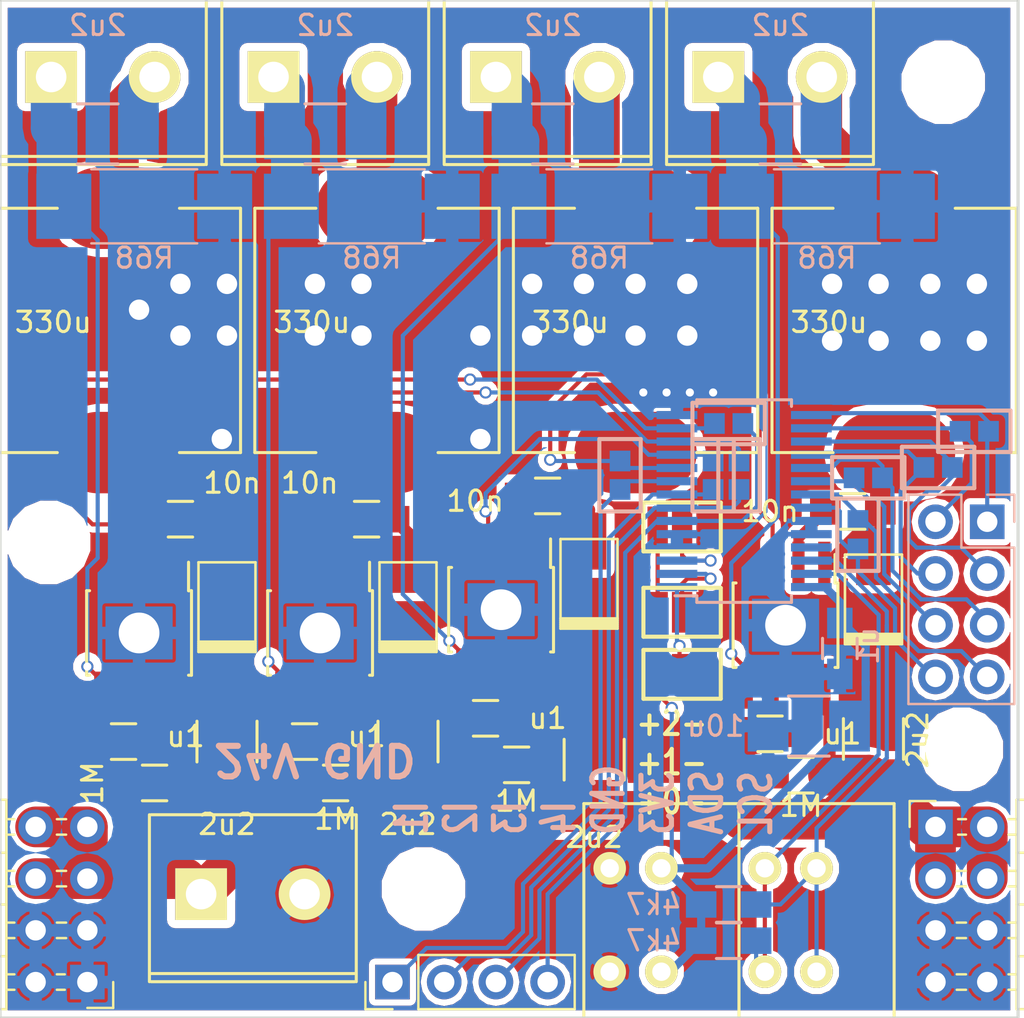
<source format=kicad_pcb>
(kicad_pcb (version 4) (host pcbnew 4.0.5)
  (layers (0 F.Cu signal hide) (31 B.Cu signal) (34 B.Paste user hide) (35 F.Paste user hide) (36 B.SilkS user hide) (37 F.SilkS user hide) (38 B.Mask user hide) (39 F.Mask user hide) (44 Edge.Cuts user hide))
  (net 0 "")
  (net 1 +24V)
  (net 2 GND)
  (net 3 +3V3)
  (net 4 /pwm1/PWM_IN)
  (net 5 /pwm2/PWM_IN)
  (net 6 /pwm3/PWM_IN)
  (net 7 /pwm4/PWM_IN)
  (net 8 /SDA)
  (net 9 /SCL)
  (net 10 /pwm1/LED-)
  (net 11 /pwm1/LED+)
  (net 12 /pwm2/LED-)
  (net 13 /pwm2/LED+)
  (net 14 /pwm3/LED-)
  (net 15 /pwm3/LED+)
  (net 16 /pwm4/LED-)
  (net 17 /pwm4/LED+)
  (net 18 "Net-(C11-Pad1)")
  (net 19 "Net-(C11-Pad2)")
  (net 20 "Net-(C12-Pad1)")
  (net 21 "Net-(C15-Pad1)")
  (net 22 "Net-(C15-Pad2)")
  (net 23 "Net-(C16-Pad1)")
  (net 24 "Net-(C19-Pad1)")
  (net 25 "Net-(C19-Pad2)")
  (net 26 "Net-(C20-Pad1)")
  (net 27 "Net-(C23-Pad1)")
  (net 28 "Net-(C23-Pad2)")
  (net 29 "Net-(C24-Pad1)")
  (net 30 "Net-(R3-Pad2)")
  (net 31 "Net-(R5-Pad2)")
  (net 32 "Net-(R7-Pad2)")
  (net 33 "Net-(R9-Pad2)")
  (net 34 "Net-(JP6-Pad1)")
  (net 35 "Net-(JP7-Pad1)")
  (net 36 "Net-(JP8-Pad1)")
  (net 37 "Net-(JP9-Pad1)")
  (net 38 /A0)
  (net 39 /A1)
  (net 40 /A2)
  (net 41 "Net-(JP1-Pad1)")
  (net 42 "Net-(JP1-Pad2)")
  (net 43 "Net-(JP2-Pad1)")
  (net 44 "Net-(JP2-Pad2)")
  (net 45 "Net-(JP10-Pad1)")
  (net 46 "Net-(JP10-Pad2)")
  (net 47 "Net-(JP11-Pad1)")
  (net 48 "Net-(JP11-Pad2)")
  (module Mounting_Holes:MountingHole_3.5mm (layer F.Cu) (at 32.385 56.642)
    (fp_text reference P3 hide)
    (fp_text value CONN_01X01 hide)
    (pad 1 np_thru_hole circle (at 0 0) (size 3.5 3.5) (drill 3.5) (layers *.Cu *.Mask))
  )
  (module Mounting_Holes:MountingHole_3.5mm (layer F.Cu) (at 77.216 66.802)
    (fp_text reference P3 hide)
    (fp_text value CONN_01X01 hide)
    (pad 1 np_thru_hole circle (at 0 0) (size 3.5 3.5) (drill 3.5) (layers *.Cu *.Mask))
  )
  (module sensact:CD127 (layer F.Cu) (at 35.814 46.228)
    (fp_text reference L1 hide)
    (fp_text value 330u (at -3.2 -0.4) (layer F.SilkS))
    (pad 1 smd oval (at 0 -6) (size 6 4) (layers F.Cu F.Paste F.Mask) (net 11 /pwm1/LED+))
    (pad 2 smd oval (at 0 6) (size 6 4) (layers F.Cu F.Paste F.Mask) (net 18 "Net-(C11-Pad1)"))
  )
  (module sensact:CD127 (layer F.Cu) (at 61.214 46.228)
    (fp_text reference L3 hide)
    (fp_text value 330u (at -3.2 -0.4) (layer F.SilkS))
    (pad 1 smd oval (at 0 -6) (size 6 4) (layers F.Cu F.Paste F.Mask) (net 15 /pwm3/LED+))
    (pad 2 smd oval (at 0 6) (size 6 4) (layers F.Cu F.Paste F.Mask) (net 24 "Net-(C19-Pad1)"))
  )
  (module sensact:TSSOP-28_4.4x9.7mm_Pitch0.65mm_handsolder (layer B.Cu) (at 66.548 54.61)
    (fp_text reference U1 hide)
    (fp_text value PCA9685 hide)
    (pad 1 smd rect (at -3.3 4.225) (size 2 0.4) (layers B.Cu B.Paste B.Mask) (net 38 /A0))
    (pad 15 smd rect (at 3.3 -4.225) (size 2 0.4) (layers B.Cu B.Paste B.Mask) (net 48 "Net-(JP11-Pad2)"))
    (pad 2 smd rect (at -3.3 3.575) (size 2 0.4) (layers B.Cu B.Paste B.Mask) (net 39 /A1))
    (pad 3 smd rect (at -3.3 2.925) (size 2 0.4) (layers B.Cu B.Paste B.Mask) (net 40 /A2))
    (pad 4 smd rect (at -3.3 2.275) (size 2 0.4) (layers B.Cu B.Paste B.Mask) (net 2 GND))
    (pad 5 smd rect (at -3.3 1.625) (size 2 0.4) (layers B.Cu B.Paste B.Mask) (net 2 GND))
    (pad 6 smd rect (at -3.3 0.975) (size 2 0.4) (layers B.Cu B.Paste B.Mask) (net 34 "Net-(JP6-Pad1)"))
    (pad 7 smd rect (at -3.3 0.325) (size 2 0.4) (layers B.Cu B.Paste B.Mask) (net 35 "Net-(JP7-Pad1)"))
    (pad 8 smd rect (at -3.3 -0.325) (size 2 0.4) (layers B.Cu B.Paste B.Mask) (net 36 "Net-(JP8-Pad1)"))
    (pad 9 smd rect (at -3.3 -0.975) (size 2 0.4) (layers B.Cu B.Paste B.Mask) (net 37 "Net-(JP9-Pad1)"))
    (pad 10 smd rect (at -3.3 -1.625) (size 2 0.4) (layers B.Cu B.Paste B.Mask) (net 7 /pwm4/PWM_IN))
    (pad 11 smd rect (at -3.3 -2.275) (size 2 0.4) (layers B.Cu B.Paste B.Mask) (net 6 /pwm3/PWM_IN))
    (pad 12 smd rect (at -3.3 -2.925) (size 2 0.4) (layers B.Cu B.Paste B.Mask) (net 5 /pwm2/PWM_IN))
    (pad 13 smd rect (at -3.3 -3.575) (size 2 0.4) (layers B.Cu B.Paste B.Mask) (net 4 /pwm1/PWM_IN))
    (pad 14 smd rect (at -3.3 -4.225) (size 2 0.4) (layers B.Cu B.Paste B.Mask) (net 2 GND))
    (pad 16 smd rect (at 3.3 -3.575) (size 2 0.4) (layers B.Cu B.Paste B.Mask) (net 47 "Net-(JP11-Pad1)"))
    (pad 17 smd rect (at 3.3 -2.925) (size 2 0.4) (layers B.Cu B.Paste B.Mask) (net 44 "Net-(JP2-Pad2)"))
    (pad 18 smd rect (at 3.3 -2.275) (size 2 0.4) (layers B.Cu B.Paste B.Mask) (net 43 "Net-(JP2-Pad1)"))
    (pad 19 smd rect (at 3.3 -1.625) (size 2 0.4) (layers B.Cu B.Paste B.Mask) (net 46 "Net-(JP10-Pad2)"))
    (pad 20 smd rect (at 3.3 -0.975) (size 2 0.4) (layers B.Cu B.Paste B.Mask) (net 45 "Net-(JP10-Pad1)"))
    (pad 21 smd rect (at 3.3 -0.325) (size 2 0.4) (layers B.Cu B.Paste B.Mask) (net 42 "Net-(JP1-Pad2)"))
    (pad 22 smd rect (at 3.3 0.325) (size 2 0.4) (layers B.Cu B.Paste B.Mask) (net 41 "Net-(JP1-Pad1)"))
    (pad 23 smd rect (at 3.3 0.975) (size 2 0.4) (layers B.Cu B.Paste B.Mask) (net 2 GND))
    (pad 24 smd rect (at 3.3 1.625) (size 2 0.4) (layers B.Cu B.Paste B.Mask) (net 2 GND))
    (pad 25 smd rect (at 3.3 2.275) (size 2 0.4) (layers B.Cu B.Paste B.Mask))
    (pad 26 smd rect (at 3.3 2.925) (size 2 0.4) (layers B.Cu B.Paste B.Mask) (net 9 /SCL))
    (pad 27 smd rect (at 3.3 3.575) (size 2 0.4) (layers B.Cu B.Paste B.Mask) (net 8 /SDA))
    (pad 28 smd rect (at 3.3 4.225) (size 2 0.4) (layers B.Cu B.Paste B.Mask) (net 3 +3V3))
  )
  (module sensact:conn_2P (layer F.Cu) (at 42.418 73.914 180)
    (fp_text reference P2 hide)
    (fp_text value CONN_01X02 hide)
    (pad 1 thru_hole rect (at 2.54 0 180) (size 2.54 2.54) (drill 1.5) (layers *.Cu *.Mask F.SilkS) (net 1 +24V))
    (pad 2 thru_hole circle (at -2.54 0 180) (size 2.54 2.54) (drill 1.5) (layers *.Cu *.Mask F.SilkS) (net 2 GND))
  )
  (module sensact:SMD-solder-bridge-3pin (layer F.Cu) (at 63.5 63.119)
    (fp_text reference JP3 hide)
    (fp_text value JUMPER3 hide)
    (pad 1 smd rect (at -1.2 0) (size 1 2) (layers F.Cu F.Mask) (net 3 +3V3))
    (pad 2 smd rect (at 0 0) (size 1 2) (layers F.Cu F.Mask) (net 38 /A0))
    (pad 3 smd rect (at 1.2 0) (size 1 2) (layers F.Cu F.Mask) (net 2 GND))
  )
  (module sensact:SMD-solder-bridge-3pin (layer F.Cu) (at 63.5 60.071)
    (fp_text reference JP4 hide)
    (fp_text value JUMPER3 hide)
    (pad 1 smd rect (at -1.2 0) (size 1 2) (layers F.Cu F.Mask) (net 3 +3V3))
    (pad 2 smd rect (at 0 0) (size 1 2) (layers F.Cu F.Mask) (net 39 /A1))
    (pad 3 smd rect (at 1.2 0) (size 1 2) (layers F.Cu F.Mask) (net 2 GND))
  )
  (module Capacitors_SMD:C_1210_HandSoldering (layer B.Cu) (at 69.723 65.659 180)
    (fp_text reference C9 hide)
    (fp_text value 10u (at 4.572 0 180) (layer B.SilkS) (effects (justify mirror)))
    (pad 1 smd rect (at -2 0 180) (size 2 2.5) (layers B.Cu B.Paste B.Mask) (net 3 +3V3))
    (pad 2 smd rect (at 2 0 180) (size 2 2.5) (layers B.Cu B.Paste B.Mask) (net 2 GND))
  )
  (module Resistors_SMD:R_0805_HandSoldering (layer B.Cu) (at 65.786 74.422)
    (fp_text reference R1 hide)
    (fp_text value 4k7 (at -3.683 0) (layer B.SilkS) (effects (justify mirror)))
    (pad 1 smd rect (at -1.35 0) (size 1.5 1.3) (layers B.Cu B.Paste B.Mask) (net 3 +3V3))
    (pad 2 smd rect (at 1.35 0) (size 1.5 1.3) (layers B.Cu B.Paste B.Mask) (net 9 /SCL))
  )
  (module Resistors_SMD:R_0805_HandSoldering (layer B.Cu) (at 65.786 76.2)
    (fp_text reference R2 hide)
    (fp_text value 4k7 (at -3.683 0) (layer B.SilkS) (effects (justify mirror)))
    (pad 1 smd rect (at -1.35 0) (size 1.5 1.3) (layers B.Cu B.Paste B.Mask) (net 3 +3V3))
    (pad 2 smd rect (at 1.35 0) (size 1.5 1.3) (layers B.Cu B.Paste B.Mask) (net 8 /SDA))
  )
  (module Capacitors_SMD:C_0805_HandSoldering (layer B.Cu) (at 71.247 61.849 270)
    (fp_text reference C8 hide)
    (fp_text value u1 (at -0.127 -1.397 270) (layer B.SilkS) (effects (justify mirror)))
    (pad 1 smd rect (at -1.25 0 270) (size 1.5 1.25) (layers B.Cu B.Paste B.Mask) (net 3 +3V3))
    (pad 2 smd rect (at 1.25 0 270) (size 1.5 1.25) (layers B.Cu B.Paste B.Mask) (net 2 GND))
  )
  (module Resistors_SMD:R_1210_HandSoldering (layer F.Cu) (at 41.148 66.421 90)
    (fp_text reference C10 hide)
    (fp_text value 2u2 (at -4.064 0 180) (layer F.SilkS))
    (pad 1 smd rect (at -2 0 90) (size 2 2.5) (layers F.Cu F.Paste F.Mask) (net 1 +24V))
    (pad 2 smd rect (at 2 0 90) (size 2 2.5) (layers F.Cu F.Paste F.Mask) (net 2 GND))
  )
  (module Resistors_SMD:R_0805_HandSoldering (layer F.Cu) (at 38.862 55.499 180)
    (fp_text reference C11 hide)
    (fp_text value 10n (at -2.54 1.778 180) (layer F.SilkS))
    (pad 1 smd rect (at -1.35 0 180) (size 1.5 1.3) (layers F.Cu F.Paste F.Mask) (net 18 "Net-(C11-Pad1)"))
    (pad 2 smd rect (at 1.35 0 180) (size 1.5 1.3) (layers F.Cu F.Paste F.Mask) (net 19 "Net-(C11-Pad2)"))
  )
  (module Resistors_SMD:R_0805_HandSoldering (layer F.Cu) (at 36.068 66.421 180)
    (fp_text reference C12 hide)
    (fp_text value u1 (at -3.048 0.254 180) (layer F.SilkS))
    (pad 1 smd rect (at -1.35 0 180) (size 1.5 1.3) (layers F.Cu F.Paste F.Mask) (net 20 "Net-(C12-Pad1)"))
    (pad 2 smd rect (at 1.35 0 180) (size 1.5 1.3) (layers F.Cu F.Paste F.Mask) (net 2 GND))
  )
  (module Resistors_SMD:R_1210_HandSoldering (layer B.Cu) (at 34.798 36.576 180)
    (fp_text reference C13 hide)
    (fp_text value 2u2 (at 0 5.334 180) (layer B.SilkS) (effects (justify mirror)))
    (pad 1 smd rect (at -2 0 180) (size 2 2.5) (layers B.Cu B.Paste B.Mask) (net 11 /pwm1/LED+))
    (pad 2 smd rect (at 2 0 180) (size 2 2.5) (layers B.Cu B.Paste B.Mask) (net 10 /pwm1/LED-))
  )
  (module Resistors_SMD:R_1210_HandSoldering (layer F.Cu) (at 50.038 66.421 90)
    (fp_text reference C14 hide)
    (fp_text value 2u2 (at -4.064 0 180) (layer F.SilkS))
    (pad 1 smd rect (at -2 0 90) (size 2 2.5) (layers F.Cu F.Paste F.Mask) (net 1 +24V))
    (pad 2 smd rect (at 2 0 90) (size 2 2.5) (layers F.Cu F.Paste F.Mask) (net 2 GND))
  )
  (module Resistors_SMD:R_0805_HandSoldering (layer F.Cu) (at 48.006 55.499 180)
    (fp_text reference C15 hide)
    (fp_text value 10n (at 2.794 1.778 180) (layer F.SilkS))
    (pad 1 smd rect (at -1.35 0 180) (size 1.5 1.3) (layers F.Cu F.Paste F.Mask) (net 21 "Net-(C15-Pad1)"))
    (pad 2 smd rect (at 1.35 0 180) (size 1.5 1.3) (layers F.Cu F.Paste F.Mask) (net 22 "Net-(C15-Pad2)"))
  )
  (module Resistors_SMD:R_0805_HandSoldering (layer F.Cu) (at 44.958 66.421 180)
    (fp_text reference C16 hide)
    (fp_text value u1 (at -3.048 0.254 180) (layer F.SilkS))
    (pad 1 smd rect (at -1.35 0 180) (size 1.5 1.3) (layers F.Cu F.Paste F.Mask) (net 23 "Net-(C16-Pad1)"))
    (pad 2 smd rect (at 1.35 0 180) (size 1.5 1.3) (layers F.Cu F.Paste F.Mask) (net 2 GND))
  )
  (module Resistors_SMD:R_1210_HandSoldering (layer B.Cu) (at 45.974 36.576 180)
    (fp_text reference C17 hide)
    (fp_text value 2u2 (at 0 5.334 180) (layer B.SilkS) (effects (justify mirror)))
    (pad 1 smd rect (at -2 0 180) (size 2 2.5) (layers B.Cu B.Paste B.Mask) (net 13 /pwm2/LED+))
    (pad 2 smd rect (at 2 0 180) (size 2 2.5) (layers B.Cu B.Paste B.Mask) (net 12 /pwm2/LED-))
  )
  (module Resistors_SMD:R_1210_HandSoldering (layer F.Cu) (at 59.182 67.31 90)
    (fp_text reference C18 hide)
    (fp_text value 2u2 (at -3.81 0 180) (layer F.SilkS))
    (pad 1 smd rect (at -2 0 90) (size 2 2.5) (layers F.Cu F.Paste F.Mask) (net 1 +24V))
    (pad 2 smd rect (at 2 0 90) (size 2 2.5) (layers F.Cu F.Paste F.Mask) (net 2 GND))
  )
  (module Resistors_SMD:R_0805_HandSoldering (layer F.Cu) (at 56.896 54.356 180)
    (fp_text reference C19 hide)
    (fp_text value 10n (at 3.556 -0.254 180) (layer F.SilkS))
    (pad 1 smd rect (at -1.35 0 180) (size 1.5 1.3) (layers F.Cu F.Paste F.Mask) (net 24 "Net-(C19-Pad1)"))
    (pad 2 smd rect (at 1.35 0 180) (size 1.5 1.3) (layers F.Cu F.Paste F.Mask) (net 25 "Net-(C19-Pad2)"))
  )
  (module Resistors_SMD:R_0805_HandSoldering (layer F.Cu) (at 53.848 65.278 180)
    (fp_text reference C20 hide)
    (fp_text value u1 (at -3.048 0 180) (layer F.SilkS))
    (pad 1 smd rect (at -1.35 0 180) (size 1.5 1.3) (layers F.Cu F.Paste F.Mask) (net 26 "Net-(C20-Pad1)"))
    (pad 2 smd rect (at 1.35 0 180) (size 1.5 1.3) (layers F.Cu F.Paste F.Mask) (net 2 GND))
  )
  (module Resistors_SMD:R_1210_HandSoldering (layer B.Cu) (at 57.15 36.576 180)
    (fp_text reference C21 hide)
    (fp_text value 2u2 (at 0 5.334 180) (layer B.SilkS) (effects (justify mirror)))
    (pad 1 smd rect (at -2 0 180) (size 2 2.5) (layers B.Cu B.Paste B.Mask) (net 15 /pwm3/LED+))
    (pad 2 smd rect (at 2 0 180) (size 2 2.5) (layers B.Cu B.Paste B.Mask) (net 14 /pwm3/LED-))
  )
  (module Resistors_SMD:R_1210_HandSoldering (layer F.Cu) (at 72.898 66.294 90)
    (fp_text reference C22 hide)
    (fp_text value 2u2 (at -0.04 2.168 90) (layer F.SilkS))
    (pad 1 smd rect (at -2 0 90) (size 2 2.5) (layers F.Cu F.Paste F.Mask) (net 1 +24V))
    (pad 2 smd rect (at 2 0 90) (size 2 2.5) (layers F.Cu F.Paste F.Mask) (net 2 GND))
  )
  (module Resistors_SMD:R_0805_HandSoldering (layer F.Cu) (at 71.882 55.118 180)
    (fp_text reference C23 hide)
    (fp_text value 10n (at 4.064 0 360) (layer F.SilkS))
    (pad 1 smd rect (at -1.35 0 180) (size 1.5 1.3) (layers F.Cu F.Paste F.Mask) (net 27 "Net-(C23-Pad1)"))
    (pad 2 smd rect (at 1.35 0 180) (size 1.5 1.3) (layers F.Cu F.Paste F.Mask) (net 28 "Net-(C23-Pad2)"))
  )
  (module Resistors_SMD:R_0805_HandSoldering (layer F.Cu) (at 67.818 66.04 180)
    (fp_text reference C24 hide)
    (fp_text value u1 (at -3.556 0 180) (layer F.SilkS))
    (pad 1 smd rect (at -1.35 0 180) (size 1.5 1.3) (layers F.Cu F.Paste F.Mask) (net 29 "Net-(C24-Pad1)"))
    (pad 2 smd rect (at 1.35 0 180) (size 1.5 1.3) (layers F.Cu F.Paste F.Mask) (net 2 GND))
  )
  (module Resistors_SMD:R_1210_HandSoldering (layer B.Cu) (at 68.326 36.576 180)
    (fp_text reference C25 hide)
    (fp_text value 2u2 (at 0 5.334 180) (layer B.SilkS) (effects (justify mirror)))
    (pad 1 smd rect (at -2 0 180) (size 2 2.5) (layers B.Cu B.Paste B.Mask) (net 17 /pwm4/LED+))
    (pad 2 smd rect (at 2 0 180) (size 2 2.5) (layers B.Cu B.Paste B.Mask) (net 16 /pwm4/LED-))
  )
  (module sensact:do214ac_handsolder (layer F.Cu) (at 41.148 59.817 270)
    (fp_text reference D1 hide)
    (fp_text value D_Schottky hide)
    (pad 2 smd rect (at 2.1 0 270) (size 2.8 1.69926) (layers F.Cu F.Paste F.Mask) (net 2 GND))
    (pad 1 smd rect (at -2.1 0 270) (size 2.8 1.69926) (layers F.Cu F.Paste F.Mask) (net 18 "Net-(C11-Pad1)"))
  )
  (module sensact:do214ac_handsolder (layer F.Cu) (at 50.038 59.817 270)
    (fp_text reference D2 hide)
    (fp_text value D_Schottky hide)
    (pad 2 smd rect (at 2.1 0 270) (size 2.8 1.69926) (layers F.Cu F.Paste F.Mask) (net 2 GND))
    (pad 1 smd rect (at -2.1 0 270) (size 2.8 1.69926) (layers F.Cu F.Paste F.Mask) (net 21 "Net-(C15-Pad1)"))
  )
  (module sensact:do214ac_handsolder (layer F.Cu) (at 58.928 58.674 270)
    (fp_text reference D3 hide)
    (fp_text value D_Schottky hide)
    (pad 2 smd rect (at 2.1 0 270) (size 2.8 1.69926) (layers F.Cu F.Paste F.Mask) (net 2 GND))
    (pad 1 smd rect (at -2.1 0 270) (size 2.8 1.69926) (layers F.Cu F.Paste F.Mask) (net 24 "Net-(C19-Pad1)"))
  )
  (module sensact:do214ac_handsolder (layer F.Cu) (at 72.898 59.436 270)
    (fp_text reference D4 hide)
    (fp_text value D_Schottky hide)
    (pad 2 smd rect (at 2.1 0 270) (size 2.8 1.69926) (layers F.Cu F.Paste F.Mask) (net 2 GND))
    (pad 1 smd rect (at -2.1 0 270) (size 2.8 1.69926) (layers F.Cu F.Paste F.Mask) (net 27 "Net-(C23-Pad1)"))
  )
  (module Mounting_Holes:MountingHole_3.5mm (layer F.Cu) (at 50.8 73.66)
    (fp_text reference P3 hide)
    (fp_text value CONN_01X01 hide)
    (pad 1 np_thru_hole circle (at 0 0) (size 3.5 3.5) (drill 3.5) (layers *.Cu *.Mask))
  )
  (module Mounting_Holes:MountingHole_3.5mm (layer F.Cu) (at 76.327 34.036 180)
    (fp_text reference P4 hide)
    (fp_text value CONN_01X01 hide)
    (pad 1 np_thru_hole circle (at 0 0 180) (size 3.5 3.5) (drill 3.5) (layers *.Cu *.Mask))
  )
  (module Resistors_SMD:R_0805_HandSoldering (layer F.Cu) (at 37.592 68.453 180)
    (fp_text reference R3 hide)
    (fp_text value 1M (at 3.048 0 270) (layer F.SilkS))
    (pad 1 smd rect (at -1.35 0 180) (size 1.5 1.3) (layers F.Cu F.Paste F.Mask) (net 1 +24V))
    (pad 2 smd rect (at 1.35 0 180) (size 1.5 1.3) (layers F.Cu F.Paste F.Mask) (net 30 "Net-(R3-Pad2)"))
  )
  (module Resistors_SMD:R_0805_HandSoldering (layer F.Cu) (at 46.482 68.453 180)
    (fp_text reference R5 hide)
    (fp_text value 1M (at 0 -1.778 180) (layer F.SilkS))
    (pad 1 smd rect (at -1.35 0 180) (size 1.5 1.3) (layers F.Cu F.Paste F.Mask) (net 1 +24V))
    (pad 2 smd rect (at 1.35 0 180) (size 1.5 1.3) (layers F.Cu F.Paste F.Mask) (net 31 "Net-(R5-Pad2)"))
  )
  (module Resistors_SMD:R_0805_HandSoldering (layer F.Cu) (at 55.372 67.564 180)
    (fp_text reference R7 hide)
    (fp_text value 1M (at 0 -1.778 180) (layer F.SilkS))
    (pad 1 smd rect (at -1.35 0 180) (size 1.5 1.3) (layers F.Cu F.Paste F.Mask) (net 1 +24V))
    (pad 2 smd rect (at 1.35 0 180) (size 1.5 1.3) (layers F.Cu F.Paste F.Mask) (net 32 "Net-(R7-Pad2)"))
  )
  (module Resistors_SMD:R_0805_HandSoldering (layer F.Cu) (at 69.342 68.072 180)
    (fp_text reference R9 hide)
    (fp_text value 1M (at 0 -1.524 180) (layer F.SilkS))
    (pad 1 smd rect (at -1.35 0 180) (size 1.5 1.3) (layers F.Cu F.Paste F.Mask) (net 1 +24V))
    (pad 2 smd rect (at 1.35 0 180) (size 1.5 1.3) (layers F.Cu F.Paste F.Mask) (net 33 "Net-(R9-Pad2)"))
  )
  (module sensact:conn_2P (layer F.Cu) (at 35.052 33.782 180)
    (fp_text reference P7 hide)
    (fp_text value CONN_01X02 hide)
    (pad 1 thru_hole rect (at 2.54 0 180) (size 2.54 2.54) (drill 1.5) (layers *.Cu *.Mask F.SilkS) (net 10 /pwm1/LED-))
    (pad 2 thru_hole circle (at -2.54 0 180) (size 2.54 2.54) (drill 1.5) (layers *.Cu *.Mask F.SilkS) (net 11 /pwm1/LED+))
  )
  (module sensact:conn_2P (layer F.Cu) (at 45.974 33.782 180)
    (fp_text reference P8 hide)
    (fp_text value CONN_01X02 hide)
    (pad 1 thru_hole rect (at 2.54 0 180) (size 2.54 2.54) (drill 1.5) (layers *.Cu *.Mask F.SilkS) (net 12 /pwm2/LED-))
    (pad 2 thru_hole circle (at -2.54 0 180) (size 2.54 2.54) (drill 1.5) (layers *.Cu *.Mask F.SilkS) (net 13 /pwm2/LED+))
  )
  (module sensact:conn_2P (layer F.Cu) (at 56.896 33.782 180)
    (fp_text reference P9 hide)
    (fp_text value CONN_01X02 hide)
    (pad 1 thru_hole rect (at 2.54 0 180) (size 2.54 2.54) (drill 1.5) (layers *.Cu *.Mask F.SilkS) (net 14 /pwm3/LED-))
    (pad 2 thru_hole circle (at -2.54 0 180) (size 2.54 2.54) (drill 1.5) (layers *.Cu *.Mask F.SilkS) (net 15 /pwm3/LED+))
  )
  (module sensact:conn_2P (layer F.Cu) (at 67.818 33.782 180)
    (fp_text reference P10 hide)
    (fp_text value CONN_01X02 hide)
    (pad 1 thru_hole rect (at 2.54 0 180) (size 2.54 2.54) (drill 1.5) (layers *.Cu *.Mask F.SilkS) (net 16 /pwm4/LED-))
    (pad 2 thru_hole circle (at -2.54 0 180) (size 2.54 2.54) (drill 1.5) (layers *.Cu *.Mask F.SilkS) (net 17 /pwm4/LED+))
  )
  (module sensact:SOIC-8_3.9x4.9mm_Pitch1.27mm_pad_handsolder (layer F.Cu) (at 36.83 61.087 270)
    (fp_text reference U2 hide)
    (fp_text value LM3404 hide)
    (pad 1 smd rect (at -3 -1.905 270) (size 2.2 0.6) (layers F.Cu F.Paste F.Mask) (net 18 "Net-(C11-Pad1)"))
    (pad 2 smd rect (at -3 -0.635 270) (size 2.2 0.6) (layers F.Cu F.Paste F.Mask) (net 19 "Net-(C11-Pad2)"))
    (pad 3 smd rect (at -3 0.635 270) (size 2.2 0.6) (layers F.Cu F.Paste F.Mask) (net 4 /pwm1/PWM_IN))
    (pad 4 smd rect (at -3 1.905 270) (size 2.2 0.6) (layers F.Cu F.Paste F.Mask) (net 2 GND))
    (pad 5 smd rect (at 3 1.905 270) (size 2.2 0.6) (layers F.Cu F.Paste F.Mask) (net 10 /pwm1/LED-))
    (pad 6 smd rect (at 3 0.635 270) (size 2.2 0.6) (layers F.Cu F.Paste F.Mask) (net 30 "Net-(R3-Pad2)"))
    (pad 7 smd rect (at 3 -0.635 270) (size 2.2 0.6) (layers F.Cu F.Paste F.Mask) (net 20 "Net-(C12-Pad1)"))
    (pad 8 smd rect (at 3 -1.905 270) (size 2.2 0.6) (layers F.Cu F.Paste F.Mask) (net 1 +24V))
    (pad 9 thru_hole trapezoid (at 0 0 270) (size 2.6 3.3) (drill 2) (layers *.Cu *.Mask) (net 2 GND))
  )
  (module sensact:SOIC-8_3.9x4.9mm_Pitch1.27mm_pad_handsolder (layer F.Cu) (at 45.72 61.087 270)
    (fp_text reference U3 hide)
    (fp_text value LM3404 hide)
    (pad 1 smd rect (at -3 -1.905 270) (size 2.2 0.6) (layers F.Cu F.Paste F.Mask) (net 21 "Net-(C15-Pad1)"))
    (pad 2 smd rect (at -3 -0.635 270) (size 2.2 0.6) (layers F.Cu F.Paste F.Mask) (net 22 "Net-(C15-Pad2)"))
    (pad 3 smd rect (at -3 0.635 270) (size 2.2 0.6) (layers F.Cu F.Paste F.Mask) (net 5 /pwm2/PWM_IN))
    (pad 4 smd rect (at -3 1.905 270) (size 2.2 0.6) (layers F.Cu F.Paste F.Mask) (net 2 GND))
    (pad 5 smd rect (at 3 1.905 270) (size 2.2 0.6) (layers F.Cu F.Paste F.Mask) (net 12 /pwm2/LED-))
    (pad 6 smd rect (at 3 0.635 270) (size 2.2 0.6) (layers F.Cu F.Paste F.Mask) (net 31 "Net-(R5-Pad2)"))
    (pad 7 smd rect (at 3 -0.635 270) (size 2.2 0.6) (layers F.Cu F.Paste F.Mask) (net 23 "Net-(C16-Pad1)"))
    (pad 8 smd rect (at 3 -1.905 270) (size 2.2 0.6) (layers F.Cu F.Paste F.Mask) (net 1 +24V))
    (pad 9 thru_hole trapezoid (at 0 0 270) (size 2.6 3.3) (drill 2) (layers *.Cu *.Mask) (net 2 GND))
  )
  (module sensact:SOIC-8_3.9x4.9mm_Pitch1.27mm_pad_handsolder (layer F.Cu) (at 54.61 59.944 270)
    (fp_text reference U4 hide)
    (fp_text value LM3404 hide)
    (pad 1 smd rect (at -3 -1.905 270) (size 2.2 0.6) (layers F.Cu F.Paste F.Mask) (net 24 "Net-(C19-Pad1)"))
    (pad 2 smd rect (at -3 -0.635 270) (size 2.2 0.6) (layers F.Cu F.Paste F.Mask) (net 25 "Net-(C19-Pad2)"))
    (pad 3 smd rect (at -3 0.635 270) (size 2.2 0.6) (layers F.Cu F.Paste F.Mask) (net 6 /pwm3/PWM_IN))
    (pad 4 smd rect (at -3 1.905 270) (size 2.2 0.6) (layers F.Cu F.Paste F.Mask) (net 2 GND))
    (pad 5 smd rect (at 3 1.905 270) (size 2.2 0.6) (layers F.Cu F.Paste F.Mask) (net 14 /pwm3/LED-))
    (pad 6 smd rect (at 3 0.635 270) (size 2.2 0.6) (layers F.Cu F.Paste F.Mask) (net 32 "Net-(R7-Pad2)"))
    (pad 7 smd rect (at 3 -0.635 270) (size 2.2 0.6) (layers F.Cu F.Paste F.Mask) (net 26 "Net-(C20-Pad1)"))
    (pad 8 smd rect (at 3 -1.905 270) (size 2.2 0.6) (layers F.Cu F.Paste F.Mask) (net 1 +24V))
    (pad 9 thru_hole trapezoid (at 0 0 270) (size 2.6 3.3) (drill 2) (layers *.Cu *.Mask) (net 2 GND))
  )
  (module sensact:SOIC-8_3.9x4.9mm_Pitch1.27mm_pad_handsolder (layer F.Cu) (at 68.58 60.706 270)
    (fp_text reference U5 hide)
    (fp_text value LM3404 hide)
    (pad 1 smd rect (at -3 -1.905 270) (size 2.2 0.6) (layers F.Cu F.Paste F.Mask) (net 27 "Net-(C23-Pad1)"))
    (pad 2 smd rect (at -3 -0.635 270) (size 2.2 0.6) (layers F.Cu F.Paste F.Mask) (net 28 "Net-(C23-Pad2)"))
    (pad 3 smd rect (at -3 0.635 270) (size 2.2 0.6) (layers F.Cu F.Paste F.Mask) (net 7 /pwm4/PWM_IN))
    (pad 4 smd rect (at -3 1.905 270) (size 2.2 0.6) (layers F.Cu F.Paste F.Mask) (net 2 GND))
    (pad 5 smd rect (at 3 1.905 270) (size 2.2 0.6) (layers F.Cu F.Paste F.Mask) (net 16 /pwm4/LED-))
    (pad 6 smd rect (at 3 0.635 270) (size 2.2 0.6) (layers F.Cu F.Paste F.Mask) (net 33 "Net-(R9-Pad2)"))
    (pad 7 smd rect (at 3 -0.635 270) (size 2.2 0.6) (layers F.Cu F.Paste F.Mask) (net 29 "Net-(C24-Pad1)"))
    (pad 8 smd rect (at 3 -1.905 270) (size 2.2 0.6) (layers F.Cu F.Paste F.Mask) (net 1 +24V))
    (pad 9 thru_hole trapezoid (at 0 0 270) (size 2.6 3.3) (drill 2) (layers *.Cu *.Mask) (net 2 GND))
  )
  (module sensact:SMD-solder-bridge-3pin (layer F.Cu) (at 63.5 55.88)
    (fp_text reference JP5 hide)
    (fp_text value JUMPER3 hide)
    (pad 1 smd rect (at -1.2 0) (size 1 2) (layers F.Cu F.Mask) (net 3 +3V3))
    (pad 2 smd rect (at 0 0) (size 1 2) (layers F.Cu F.Mask) (net 40 /A2))
    (pad 3 smd rect (at 1.2 0) (size 1 2) (layers F.Cu F.Mask) (net 2 GND))
  )
  (module sensact:SMD-solder-bridge (layer B.Cu) (at 65.786 50.8 180)
    (fp_text reference JP6 hide)
    (fp_text value Jumper_NO_Small hide)
    (pad 1 smd rect (at -0.6985 0 180) (size 1.016 1.016) (layers B.Cu B.Paste B.Mask) (net 34 "Net-(JP6-Pad1)"))
    (pad 2 smd rect (at 0.6985 0 180) (size 1.016 1.016) (layers B.Cu B.Paste B.Mask) (net 4 /pwm1/PWM_IN))
  )
  (module sensact:SMD-solder-bridge (layer B.Cu) (at 66.294 53.34 90)
    (fp_text reference JP7 hide)
    (fp_text value Jumper_NO_Small hide)
    (pad 1 smd rect (at -0.6985 0 90) (size 1.016 1.016) (layers B.Cu B.Paste B.Mask) (net 35 "Net-(JP7-Pad1)"))
    (pad 2 smd rect (at 0.6985 0 90) (size 1.016 1.016) (layers B.Cu B.Paste B.Mask) (net 5 /pwm2/PWM_IN))
  )
  (module sensact:SMD-solder-bridge (layer B.Cu) (at 65.024 53.34 90)
    (fp_text reference JP8 hide)
    (fp_text value Jumper_NO_Small hide)
    (pad 1 smd rect (at -0.6985 0 90) (size 1.016 1.016) (layers B.Cu B.Paste B.Mask) (net 36 "Net-(JP8-Pad1)"))
    (pad 2 smd rect (at 0.6985 0 90) (size 1.016 1.016) (layers B.Cu B.Paste B.Mask) (net 6 /pwm3/PWM_IN))
  )
  (module sensact:SMD-solder-bridge (layer B.Cu) (at 60.452 53.34 90)
    (fp_text reference JP9 hide)
    (fp_text value Jumper_NO_Small hide)
    (pad 1 smd rect (at -0.6985 0 90) (size 1.016 1.016) (layers B.Cu B.Paste B.Mask) (net 37 "Net-(JP9-Pad1)"))
    (pad 2 smd rect (at 0.6985 0 90) (size 1.016 1.016) (layers B.Cu B.Paste B.Mask) (net 7 /pwm4/PWM_IN))
  )
  (module Pin_Headers:Pin_Header_Straight_2x04_Pitch2.54mm (layer B.Cu) (at 78.486 55.626 180)
    (fp_text reference P16 hide)
    (fp_text value CONN_01X08 hide)
    (pad 1 thru_hole rect (at 0 0 180) (size 1.7 1.7) (drill 1) (layers *.Cu *.Mask) (net 48 "Net-(JP11-Pad2)"))
    (pad 2 thru_hole oval (at 2.54 0 180) (size 1.7 1.7) (drill 1) (layers *.Cu *.Mask) (net 47 "Net-(JP11-Pad1)"))
    (pad 3 thru_hole oval (at 0 -2.54 180) (size 1.7 1.7) (drill 1) (layers *.Cu *.Mask) (net 44 "Net-(JP2-Pad2)"))
    (pad 4 thru_hole oval (at 2.54 -2.54 180) (size 1.7 1.7) (drill 1) (layers *.Cu *.Mask) (net 43 "Net-(JP2-Pad1)"))
    (pad 5 thru_hole oval (at 0 -5.08 180) (size 1.7 1.7) (drill 1) (layers *.Cu *.Mask) (net 46 "Net-(JP10-Pad2)"))
    (pad 6 thru_hole oval (at 2.54 -5.08 180) (size 1.7 1.7) (drill 1) (layers *.Cu *.Mask) (net 45 "Net-(JP10-Pad1)"))
    (pad 7 thru_hole oval (at 0 -7.62 180) (size 1.7 1.7) (drill 1) (layers *.Cu *.Mask) (net 42 "Net-(JP1-Pad2)"))
    (pad 8 thru_hole oval (at 2.54 -7.62 180) (size 1.7 1.7) (drill 1) (layers *.Cu *.Mask) (net 41 "Net-(JP1-Pad1)"))
  )
  (module sensact:CD127 (layer F.Cu) (at 48.514 46.228)
    (fp_text reference L2 hide)
    (fp_text value 330u (at -3.2 -0.4) (layer F.SilkS))
    (pad 1 smd oval (at 0 -6) (size 6 4) (layers F.Cu F.Paste F.Mask) (net 13 /pwm2/LED+))
    (pad 2 smd oval (at 0 6) (size 6 4) (layers F.Cu F.Paste F.Mask) (net 21 "Net-(C15-Pad1)"))
  )
  (module Resistors_SMD:R_2512_HandSoldering (layer B.Cu) (at 37.084 40.132)
    (fp_text reference R4 hide)
    (fp_text value R68 (at 0 2.54) (layer B.SilkS) (effects (justify mirror)))
    (pad 1 smd rect (at -3.95 0) (size 2.7 3.2) (layers B.Cu B.Paste B.Mask) (net 10 /pwm1/LED-))
    (pad 2 smd rect (at 3.95 0) (size 2.7 3.2) (layers B.Cu B.Paste B.Mask) (net 2 GND))
  )
  (module Resistors_SMD:R_2512_HandSoldering (layer B.Cu) (at 48.26 40.132)
    (fp_text reference R6 hide)
    (fp_text value R68 (at 0 2.54) (layer B.SilkS) (effects (justify mirror)))
    (pad 1 smd rect (at -3.95 0) (size 2.7 3.2) (layers B.Cu B.Paste B.Mask) (net 12 /pwm2/LED-))
    (pad 2 smd rect (at 3.95 0) (size 2.7 3.2) (layers B.Cu B.Paste B.Mask) (net 2 GND))
  )
  (module Resistors_SMD:R_2512_HandSoldering (layer B.Cu) (at 59.436 40.132)
    (fp_text reference R8 hide)
    (fp_text value R68 (at 0 2.54) (layer B.SilkS) (effects (justify mirror)))
    (pad 1 smd rect (at -3.95 0) (size 2.7 3.2) (layers B.Cu B.Paste B.Mask) (net 14 /pwm3/LED-))
    (pad 2 smd rect (at 3.95 0) (size 2.7 3.2) (layers B.Cu B.Paste B.Mask) (net 2 GND))
  )
  (module Resistors_SMD:R_2512_HandSoldering (layer B.Cu) (at 70.612 40.132)
    (fp_text reference R10 hide)
    (fp_text value R68 (at 0 2.54) (layer B.SilkS) (effects (justify mirror)))
    (pad 1 smd rect (at -3.95 0) (size 2.7 3.2) (layers B.Cu B.Paste B.Mask) (net 16 /pwm4/LED-))
    (pad 2 smd rect (at 3.95 0) (size 2.7 3.2) (layers B.Cu B.Paste B.Mask) (net 2 GND))
  )
  (module Pin_Headers:Pin_Header_Angled_2x04_Pitch2.54mm (layer F.Cu) (at 75.946 70.612)
    (fp_text reference P11 hide)
    (fp_text value CONN_02X04 hide)
    (pad 1 thru_hole rect (at 0 0) (size 1.7 1.7) (drill 1) (layers *.Cu *.Mask) (net 1 +24V))
    (pad 2 thru_hole oval (at 2.54 0) (size 1.7 1.7) (drill 1) (layers *.Cu *.Mask) (net 1 +24V))
    (pad 3 thru_hole oval (at 0 2.54) (size 1.7 1.7) (drill 1) (layers *.Cu *.Mask) (net 1 +24V))
    (pad 4 thru_hole oval (at 2.54 2.54) (size 1.7 1.7) (drill 1) (layers *.Cu *.Mask) (net 1 +24V))
    (pad 5 thru_hole oval (at 0 5.08) (size 1.7 1.7) (drill 1) (layers *.Cu *.Mask) (net 2 GND))
    (pad 6 thru_hole oval (at 2.54 5.08) (size 1.7 1.7) (drill 1) (layers *.Cu *.Mask) (net 2 GND))
    (pad 7 thru_hole oval (at 0 7.62) (size 1.7 1.7) (drill 1) (layers *.Cu *.Mask) (net 2 GND))
    (pad 8 thru_hole oval (at 2.54 7.62) (size 1.7 1.7) (drill 1) (layers *.Cu *.Mask) (net 2 GND))
  )
  (module Pin_Headers:Pin_Header_Angled_2x04_Pitch2.54mm (layer F.Cu) (at 34.29 78.232 180)
    (fp_text reference P21 hide)
    (fp_text value CONN_02X04 hide)
    (pad 1 thru_hole rect (at 0 0 180) (size 1.7 1.7) (drill 1) (layers *.Cu *.Mask) (net 2 GND))
    (pad 2 thru_hole oval (at 2.54 0 180) (size 1.7 1.7) (drill 1) (layers *.Cu *.Mask) (net 2 GND))
    (pad 3 thru_hole oval (at 0 2.54 180) (size 1.7 1.7) (drill 1) (layers *.Cu *.Mask) (net 2 GND))
    (pad 4 thru_hole oval (at 2.54 2.54 180) (size 1.7 1.7) (drill 1) (layers *.Cu *.Mask) (net 2 GND))
    (pad 5 thru_hole oval (at 0 5.08 180) (size 1.7 1.7) (drill 1) (layers *.Cu *.Mask) (net 1 +24V))
    (pad 6 thru_hole oval (at 2.54 5.08 180) (size 1.7 1.7) (drill 1) (layers *.Cu *.Mask) (net 1 +24V))
    (pad 7 thru_hole oval (at 0 7.62 180) (size 1.7 1.7) (drill 1) (layers *.Cu *.Mask) (net 1 +24V))
    (pad 8 thru_hole oval (at 2.54 7.62 180) (size 1.7 1.7) (drill 1) (layers *.Cu *.Mask) (net 1 +24V))
  )
  (module sensact:KF141R-2p (layer F.Cu) (at 62.484 75.184)
    (fp_text reference P1 hide)
    (fp_text value CONN_01X02 hide)
    (pad 1 thru_hole circle (at -2.54 -2.54) (size 1.6 1.6) (drill 0.9) (layers *.Cu *.Mask F.SilkS) (net 2 GND))
    (pad 1 thru_hole circle (at -2.54 2.54) (size 1.6 1.6) (drill 0.9) (layers *.Cu *.Mask F.SilkS) (net 2 GND))
    (pad 2 thru_hole circle (at 0 -2.54) (size 1.6 1.6) (drill 0.9) (layers *.Cu *.Mask F.SilkS) (net 3 +3V3))
    (pad 2 thru_hole circle (at 0 2.54) (size 1.6 1.6) (drill 0.9) (layers *.Cu *.Mask F.SilkS) (net 3 +3V3))
  )
  (module sensact:KF141R-2p (layer F.Cu) (at 70.104 75.184)
    (fp_text reference P5 hide)
    (fp_text value CONN_01X02 hide)
    (pad 1 thru_hole circle (at -2.54 -2.54) (size 1.6 1.6) (drill 0.9) (layers *.Cu *.Mask F.SilkS) (net 8 /SDA))
    (pad 1 thru_hole circle (at -2.54 2.54) (size 1.6 1.6) (drill 0.9) (layers *.Cu *.Mask F.SilkS) (net 8 /SDA))
    (pad 2 thru_hole circle (at 0 -2.54) (size 1.6 1.6) (drill 0.9) (layers *.Cu *.Mask F.SilkS) (net 9 /SCL))
    (pad 2 thru_hole circle (at 0 2.54) (size 1.6 1.6) (drill 0.9) (layers *.Cu *.Mask F.SilkS) (net 9 /SCL))
  )
  (module Pin_Headers:Pin_Header_Straight_1x04_Pitch2.54mm (layer F.Cu) (at 49.276 78.232 90)
    (fp_text reference P6 hide)
    (fp_text value CONN_01X04 hide)
    (pad 1 thru_hole rect (at 0 0 90) (size 1.7 1.7) (drill 1) (layers *.Cu *.Mask) (net 37 "Net-(JP9-Pad1)"))
    (pad 2 thru_hole oval (at 0 2.54 90) (size 1.7 1.7) (drill 1) (layers *.Cu *.Mask) (net 36 "Net-(JP8-Pad1)"))
    (pad 3 thru_hole oval (at 0 5.08 90) (size 1.7 1.7) (drill 1) (layers *.Cu *.Mask) (net 35 "Net-(JP7-Pad1)"))
    (pad 4 thru_hole oval (at 0 7.62 90) (size 1.7 1.7) (drill 1) (layers *.Cu *.Mask) (net 34 "Net-(JP6-Pad1)"))
  )
  (module sensact:SMD-solder-bridge (layer B.Cu) (at 72.136 56.261 90)
    (fp_text reference JP1 hide)
    (fp_text value Jumper_NO_Small hide)
    (pad 1 smd rect (at -0.6985 0 90) (size 1.016 1.016) (layers B.Cu B.Paste B.Mask) (net 41 "Net-(JP1-Pad1)"))
    (pad 2 smd rect (at 0.6985 0 90) (size 1.016 1.016) (layers B.Cu B.Paste B.Mask) (net 42 "Net-(JP1-Pad2)"))
  )
  (module sensact:SMD-solder-bridge (layer B.Cu) (at 76.073 52.959)
    (fp_text reference JP2 hide)
    (fp_text value Jumper_NO_Small hide)
    (pad 1 smd rect (at -0.6985 0) (size 1.016 1.016) (layers B.Cu B.Paste B.Mask) (net 43 "Net-(JP2-Pad1)"))
    (pad 2 smd rect (at 0.6985 0) (size 1.016 1.016) (layers B.Cu B.Paste B.Mask) (net 44 "Net-(JP2-Pad2)"))
  )
  (module sensact:SMD-solder-bridge (layer B.Cu) (at 72.644 53.467)
    (fp_text reference JP10 hide)
    (fp_text value Jumper_NO_Small hide)
    (pad 1 smd rect (at -0.6985 0) (size 1.016 1.016) (layers B.Cu B.Paste B.Mask) (net 45 "Net-(JP10-Pad1)"))
    (pad 2 smd rect (at 0.6985 0) (size 1.016 1.016) (layers B.Cu B.Paste B.Mask) (net 46 "Net-(JP10-Pad2)"))
  )
  (module sensact:SMD-solder-bridge (layer B.Cu) (at 77.851 51.181)
    (fp_text reference JP11 hide)
    (fp_text value Jumper_NO_Small hide)
    (pad 1 smd rect (at -0.6985 0) (size 1.016 1.016) (layers B.Cu B.Paste B.Mask) (net 47 "Net-(JP11-Pad1)"))
    (pad 2 smd rect (at 0.6985 0) (size 1.016 1.016) (layers B.Cu B.Paste B.Mask) (net 48 "Net-(JP11-Pad2)"))
  )
  (module sensact:CD127 (layer F.Cu) (at 73.914 46.228)
    (fp_text reference L4 hide)
    (fp_text value 330u (at -3.2 -0.4) (layer F.SilkS))
    (pad 1 smd oval (at 0 -6) (size 6 4) (layers F.Cu F.Paste F.Mask) (net 17 /pwm4/LED+))
    (pad 2 smd oval (at 0 6) (size 6 4) (layers F.Cu F.Paste F.Mask) (net 27 "Net-(C23-Pad1)"))
  )
  (gr_text "+2-\n+1-\n+0-" (at 62.992 67.437) (layer F.SilkS) (effects (font (size 1.2 1) (thickness 0.2))))
  (gr_line (start 30 80) (end 30 30) (angle 90) (layer Edge.Cuts) (width 0.15))
  (gr_line (start 80 80) (end 30 80) (angle 90) (layer Edge.Cuts) (width 0.15))
  (gr_line (start 80 30) (end 80 80) (angle 90) (layer Edge.Cuts) (width 0.15))
  (gr_line (start 30 30) (end 80 30) (angle 90) (layer Edge.Cuts) (width 0.15))
  (gr_text "I1\nI2\nI3\nI4\nGND\n3V3\nSDA\nSCL" (at 58.674 71.12 90) (layer B.SilkS) (effects (font (size 1.5 1.1) (thickness 0.25)) (justify right mirror)))
  (gr_text "24V GND" (at 45.466 67.31 180) (layer B.SilkS) (effects (font (size 1.5 1.5) (thickness 0.3)) (justify mirror)))
  (segment (start 50.038 68.421) (end 51.721 68.421) (width 2) (layer F.Cu) (net 1))
  (segment (start 52.578 69.85) (end 56.642 69.85) (width 2) (layer F.Cu) (net 1))
  (segment (start 51.816 69.088) (end 52.578 69.85) (width 2) (layer F.Cu) (net 1))
  (segment (start 51.816 68.516) (end 51.816 69.088) (width 2) (layer F.Cu) (net 1))
  (segment (start 51.721 68.421) (end 51.816 68.516) (width 2) (layer F.Cu) (net 1))
  (segment (start 75.946 70.612) (end 75.47 70.612) (width 2) (layer F.Cu) (net 1))
  (segment (start 75.47 70.612) (end 72.898 68.294) (width 2) (layer F.Cu) (net 1))
  (segment (start 75.946 70.612) (end 75.946 73.152) (width 2) (layer F.Cu) (net 1))
  (segment (start 78.486 73.152) (end 78.486 70.612) (width 2) (layer F.Cu) (net 1))
  (segment (start 78.486 70.612) (end 75.946 70.612) (width 2) (layer F.Cu) (net 1))
  (segment (start 47.832 68.453) (end 47.832 69.77) (width 2) (layer F.Cu) (net 1))
  (segment (start 46.736 70.866) (end 41.148 70.866) (width 2) (layer F.Cu) (net 1))
  (segment (start 47.832 69.77) (end 46.736 70.866) (width 2) (layer F.Cu) (net 1))
  (segment (start 41.148 68.421) (end 41.148 70.866) (width 2) (layer F.Cu) (net 1))
  (segment (start 41.148 70.866) (end 41.148 72.644) (width 2) (layer F.Cu) (net 1))
  (segment (start 41.148 72.644) (end 39.878 73.914) (width 2) (layer F.Cu) (net 1))
  (segment (start 34.29 73.152) (end 39.116 73.152) (width 2) (layer F.Cu) (net 1))
  (segment (start 39.116 73.152) (end 39.878 73.914) (width 2) (layer F.Cu) (net 1))
  (segment (start 34.29 73.152) (end 31.75 73.152) (width 2) (layer F.Cu) (net 1))
  (segment (start 34.29 73.152) (end 34.29 70.612) (width 2) (layer F.Cu) (net 1))
  (segment (start 31.75 70.612) (end 34.29 70.612) (width 2) (layer F.Cu) (net 1))
  (segment (start 47.625 64.087) (end 47.625 65.151) (width 0.5) (layer F.Cu) (net 1))
  (segment (start 47.625 65.151) (end 47.832 65.358) (width 0.5) (layer F.Cu) (net 1))
  (segment (start 47.832 65.358) (end 47.832 68.453) (width 0.5) (layer F.Cu) (net 1))
  (segment (start 50.038 68.421) (end 47.864 68.421) (width 2) (layer F.Cu) (net 1))
  (segment (start 47.864 68.421) (end 47.832 68.453) (width 2) (layer F.Cu) (net 1))
  (segment (start 41.148 68.421) (end 38.974 68.421) (width 1) (layer F.Cu) (net 1))
  (segment (start 38.974 68.421) (end 38.942 68.453) (width 1) (layer F.Cu) (net 1))
  (segment (start 38.735 64.087) (end 38.735 65.151) (width 0.5) (layer F.Cu) (net 1))
  (segment (start 38.735 65.151) (end 38.942 65.358) (width 0.5) (layer F.Cu) (net 1))
  (segment (start 38.942 65.358) (end 38.942 68.453) (width 0.5) (layer F.Cu) (net 1))
  (segment (start 70.692 68.072) (end 72.676 68.072) (width 2) (layer F.Cu) (net 1))
  (segment (start 72.676 68.072) (end 72.898 68.294) (width 2) (layer F.Cu) (net 1))
  (segment (start 56.642 69.85) (end 66.04 69.85) (width 2) (layer F.Cu) (net 1))
  (segment (start 66.04 69.85) (end 66.421 70.231) (width 2) (layer F.Cu) (net 1))
  (segment (start 66.421 70.231) (end 70.961 70.231) (width 2) (layer F.Cu) (net 1))
  (segment (start 70.961 70.231) (end 72.898 68.294) (width 2) (layer F.Cu) (net 1))
  (segment (start 56.515 62.944) (end 56.515 64.008) (width 0.6) (layer F.Cu) (net 1))
  (segment (start 56.515 64.008) (end 56.769 64.262) (width 0.6) (layer F.Cu) (net 1))
  (segment (start 56.769 64.262) (end 56.769 67.517) (width 0.6) (layer F.Cu) (net 1))
  (segment (start 56.769 67.517) (end 56.642 67.644) (width 0.6) (layer F.Cu) (net 1))
  (segment (start 56.642 67.644) (end 56.722 67.564) (width 0.6) (layer F.Cu) (net 1))
  (segment (start 70.485 63.706) (end 70.485 64.77) (width 0.6) (layer F.Cu) (net 1))
  (segment (start 70.485 64.77) (end 70.739 65.024) (width 0.6) (layer F.Cu) (net 1))
  (segment (start 70.739 65.024) (end 70.739 68.025) (width 0.6) (layer F.Cu) (net 1))
  (segment (start 70.739 68.025) (end 70.692 68.072) (width 0.6) (layer F.Cu) (net 1))
  (segment (start 56.722 67.564) (end 56.642 67.644) (width 2) (layer F.Cu) (net 1))
  (segment (start 56.642 67.644) (end 56.642 69.85) (width 2) (layer F.Cu) (net 1))
  (segment (start 56.642 69.85) (end 58.642 69.85) (width 2) (layer F.Cu) (net 1))
  (segment (start 58.642 69.85) (end 59.182 69.31) (width 2) (layer F.Cu) (net 1))
  (segment (start 68.58 60.706) (end 68.58 59.817) (width 0.5) (layer B.Cu) (net 2))
  (segment (start 68.58 59.817) (end 67.564 58.801) (width 0.5) (layer B.Cu) (net 2))
  (segment (start 67.564 58.801) (end 67.564 57.912) (width 0.5) (layer B.Cu) (net 2))
  (segment (start 70.866 46.736) (end 64.008 46.736) (width 0.2032) (layer F.Cu) (net 2))
  (segment (start 64.008 46.736) (end 63.754 46.482) (width 0.2032) (layer F.Cu) (net 2))
  (segment (start 64.008 46.736) (end 63.754 46.482) (width 0.2032) (layer F.Cu) (net 2))
  (segment (start 70.866 43.942) (end 70.866 46.736) (width 0.2032) (layer B.Cu) (net 2))
  (via (at 77.978 46.736) (size 2) (drill 1) (layers F.Cu B.Cu) (net 2))
  (via (at 70.866 46.736) (size 2) (drill 1) (layers F.Cu B.Cu) (net 2))
  (segment (start 70.866 46.736) (end 73.152 46.736) (width 0.2032) (layer F.Cu) (net 2))
  (via (at 73.152 46.736) (size 2) (drill 1) (layers F.Cu B.Cu) (net 2))
  (segment (start 73.152 46.736) (end 75.692 46.736) (width 0.2032) (layer B.Cu) (net 2))
  (via (at 75.692 46.736) (size 2) (drill 1) (layers F.Cu B.Cu) (net 2))
  (segment (start 75.692 46.736) (end 77.978 46.736) (width 0.2032) (layer F.Cu) (net 2))
  (segment (start 53.594 46.482) (end 52.324 46.482) (width 0.25) (layer B.Cu) (net 2))
  (via (at 53.594 46.482) (size 2) (drill 1) (layers F.Cu B.Cu) (net 2))
  (via (at 53.594 51.562) (size 2) (drill 1) (layers F.Cu B.Cu) (net 2))
  (segment (start 51.562 49.53) (end 53.594 51.562) (width 0.25) (layer B.Cu) (net 2))
  (segment (start 51.562 47.244) (end 51.562 49.53) (width 0.25) (layer B.Cu) (net 2))
  (segment (start 52.324 46.482) (end 51.562 47.244) (width 0.25) (layer B.Cu) (net 2))
  (segment (start 53.594 46.482) (end 47.752 46.482) (width 0.25) (layer F.Cu) (net 2))
  (segment (start 64.008 46.736) (end 63.754 46.482) (width 0.25) (layer F.Cu) (net 2))
  (via (at 63.754 46.482) (size 2) (drill 1) (layers F.Cu B.Cu) (net 2))
  (segment (start 63.754 46.482) (end 63.754 43.942) (width 0.25) (layer B.Cu) (net 2))
  (via (at 63.754 43.942) (size 2) (drill 1) (layers F.Cu B.Cu) (net 2))
  (segment (start 63.754 43.942) (end 61.214 43.942) (width 0.25) (layer F.Cu) (net 2))
  (via (at 61.214 43.942) (size 2) (drill 1) (layers F.Cu B.Cu) (net 2))
  (segment (start 61.214 43.942) (end 61.214 46.482) (width 0.25) (layer B.Cu) (net 2))
  (via (at 61.214 46.482) (size 2) (drill 1) (layers F.Cu B.Cu) (net 2))
  (segment (start 61.214 46.482) (end 58.674 46.482) (width 0.25) (layer F.Cu) (net 2))
  (via (at 58.674 46.482) (size 2) (drill 1) (layers F.Cu B.Cu) (net 2))
  (segment (start 58.674 46.482) (end 58.674 43.942) (width 0.25) (layer B.Cu) (net 2))
  (via (at 58.674 43.942) (size 2) (drill 1) (layers F.Cu B.Cu) (net 2))
  (segment (start 58.674 43.942) (end 56.134 43.942) (width 0.25) (layer F.Cu) (net 2))
  (via (at 56.134 43.942) (size 2) (drill 1) (layers F.Cu B.Cu) (net 2))
  (segment (start 56.134 43.942) (end 56.134 46.482) (width 0.25) (layer B.Cu) (net 2))
  (via (at 56.134 46.482) (size 2) (drill 1) (layers F.Cu B.Cu) (net 2))
  (segment (start 56.134 46.482) (end 53.594 46.482) (width 0.25) (layer F.Cu) (net 2))
  (segment (start 68.58 46.736) (end 64.008 46.736) (width 0.25) (layer F.Cu) (net 2))
  (via (at 40.894 51.562) (size 2) (drill 1) (layers F.Cu B.Cu) (net 2))
  (segment (start 40.894 49.276) (end 40.894 51.562) (width 0.25) (layer B.Cu) (net 2))
  (segment (start 36.83 45.212) (end 40.894 49.276) (width 0.25) (layer B.Cu) (net 2))
  (via (at 36.83 45.212) (size 2) (drill 1) (layers F.Cu B.Cu) (net 2))
  (segment (start 37.592 45.212) (end 36.83 45.212) (width 0.25) (layer F.Cu) (net 2))
  (segment (start 38.862 46.482) (end 37.592 45.212) (width 0.25) (layer F.Cu) (net 2))
  (via (at 38.862 46.482) (size 2) (drill 1) (layers F.Cu B.Cu) (net 2))
  (segment (start 38.862 43.942) (end 38.862 46.482) (width 0.25) (layer B.Cu) (net 2))
  (via (at 38.862 43.942) (size 2) (drill 1) (layers F.Cu B.Cu) (net 2))
  (segment (start 41.148 43.942) (end 38.862 43.942) (width 0.25) (layer F.Cu) (net 2))
  (via (at 41.148 43.942) (size 2) (drill 1) (layers F.Cu B.Cu) (net 2))
  (segment (start 41.148 46.482) (end 41.148 43.942) (width 0.25) (layer B.Cu) (net 2))
  (via (at 41.148 46.482) (size 2) (drill 1) (layers F.Cu B.Cu) (net 2))
  (segment (start 45.466 46.482) (end 41.148 46.482) (width 0.25) (layer F.Cu) (net 2))
  (via (at 45.466 46.482) (size 2) (drill 1) (layers F.Cu B.Cu) (net 2))
  (segment (start 45.466 43.942) (end 45.466 46.482) (width 0.25) (layer B.Cu) (net 2))
  (via (at 45.466 43.942) (size 2) (drill 1) (layers F.Cu B.Cu) (net 2))
  (segment (start 47.752 43.942) (end 45.466 43.942) (width 0.25) (layer F.Cu) (net 2))
  (via (at 47.752 43.942) (size 2) (drill 1) (layers F.Cu B.Cu) (net 2))
  (segment (start 47.752 46.482) (end 47.752 43.942) (width 0.25) (layer B.Cu) (net 2))
  (via (at 47.752 46.482) (size 2) (drill 1) (layers F.Cu B.Cu) (net 2))
  (segment (start 68.58 43.942) (end 68.58 46.736) (width 0.2032) (layer F.Cu) (net 2))
  (segment (start 63.248 50.385) (end 63.248 49.786) (width 0.2032) (layer B.Cu) (net 2))
  (segment (start 63.248 49.786) (end 62.738 49.276) (width 0.2032) (layer B.Cu) (net 2))
  (segment (start 62.738 49.276) (end 61.595 49.276) (width 0.2032) (layer B.Cu) (net 2))
  (via (at 61.595 49.276) (size 0.6) (drill 0.4) (layers F.Cu B.Cu) (net 2))
  (segment (start 61.595 49.276) (end 62.738 49.276) (width 0.2032) (layer F.Cu) (net 2))
  (via (at 62.738 49.276) (size 0.6) (drill 0.4) (layers F.Cu B.Cu) (net 2))
  (segment (start 62.738 49.276) (end 63.881 49.276) (width 0.2032) (layer B.Cu) (net 2))
  (via (at 63.881 49.276) (size 0.6) (drill 0.4) (layers F.Cu B.Cu) (net 2))
  (segment (start 63.881 49.276) (end 65.024 49.276) (width 0.2032) (layer F.Cu) (net 2))
  (via (at 65.024 49.276) (size 0.6) (drill 0.4) (layers F.Cu B.Cu) (net 2))
  (segment (start 64.7 55.88) (end 65.182798 55.397202) (width 0.2032) (layer F.Cu) (net 2))
  (segment (start 65.182798 55.397202) (end 65.182798 50.704798) (width 0.2032) (layer F.Cu) (net 2))
  (segment (start 41.034 40.132) (end 41.148 40.246) (width 0.2032) (layer B.Cu) (net 2))
  (via (at 70.866 43.942) (size 2) (drill 1) (layers F.Cu B.Cu) (net 2))
  (segment (start 73.152 43.942) (end 70.866 43.942) (width 0.2032) (layer F.Cu) (net 2))
  (via (at 73.152 43.942) (size 2) (drill 1) (layers F.Cu B.Cu) (net 2))
  (segment (start 75.692 43.942) (end 73.152 43.942) (width 0.2032) (layer B.Cu) (net 2))
  (via (at 75.692 43.942) (size 2) (drill 1) (layers F.Cu B.Cu) (net 2))
  (segment (start 77.978 43.942) (end 75.692 43.942) (width 0.2032) (layer F.Cu) (net 2))
  (via (at 77.978 43.942) (size 2) (drill 1) (layers F.Cu B.Cu) (net 2))
  (segment (start 77.47 43.434) (end 77.978 43.942) (width 0.2032) (layer B.Cu) (net 2))
  (segment (start 74.676 43.434) (end 77.47 43.434) (width 0.2032) (layer B.Cu) (net 2))
  (segment (start 74.676 40.246) (end 74.676 43.434) (width 0.2032) (layer B.Cu) (net 2))
  (segment (start 74.562 40.132) (end 74.676 40.246) (width 0.2032) (layer B.Cu) (net 2))
  (segment (start 62.484 72.644) (end 62.992 72.136) (width 0.2032) (layer B.Cu) (net 3))
  (segment (start 62.992 72.136) (end 62.992 64.77) (width 0.2032) (layer B.Cu) (net 3))
  (segment (start 62.992 64.77) (end 62.3 64.078) (width 0.2032) (layer F.Cu) (net 3))
  (via (at 62.992 64.77) (size 0.6) (drill 0.4) (layers F.Cu B.Cu) (net 3))
  (segment (start 62.3 64.078) (end 62.3 63.119) (width 0.2032) (layer F.Cu) (net 3))
  (segment (start 62.3 60.071) (end 62.3 55.88) (width 0.2032) (layer F.Cu) (net 3))
  (segment (start 62.3 63.119) (end 62.357 63.176) (width 0.2032) (layer F.Cu) (net 3))
  (segment (start 62.357 72.517) (end 62.484 72.644) (width 0.2032) (layer B.Cu) (net 3))
  (segment (start 62.3 60.071) (end 62.3 63.119) (width 0.2032) (layer F.Cu) (net 3))
  (segment (start 62.484 72.644) (end 62.658 72.644) (width 0.4) (layer B.Cu) (net 3))
  (segment (start 62.658 72.644) (end 64.436 74.422) (width 0.4) (layer B.Cu) (net 3))
  (segment (start 64.436 76.2) (end 64.436 74.422) (width 0.4) (layer B.Cu) (net 3))
  (segment (start 62.484 77.724) (end 62.912 77.724) (width 0.4) (layer B.Cu) (net 3))
  (segment (start 62.912 77.724) (end 64.436 76.2) (width 0.4) (layer B.Cu) (net 3))
  (segment (start 62.484 72.644) (end 64.77 72.644) (width 0.4) (layer B.Cu) (net 3))
  (segment (start 69.85 67.564) (end 69.85 67.532) (width 0.4) (layer B.Cu) (net 3))
  (segment (start 64.77 72.644) (end 69.85 67.564) (width 0.4) (layer B.Cu) (net 3))
  (segment (start 62.23 72.39) (end 62.484 72.644) (width 0.4) (layer B.Cu) (net 3))
  (segment (start 71.723 65.659) (end 69.85 67.532) (width 0.4) (layer B.Cu) (net 3))
  (segment (start 69.848 58.835) (end 70.519 58.835) (width 0.4) (layer B.Cu) (net 3))
  (segment (start 70.519 58.835) (end 71.247 59.563) (width 0.4) (layer B.Cu) (net 3))
  (segment (start 71.247 59.563) (end 71.247 60.599) (width 0.4) (layer B.Cu) (net 3))
  (segment (start 72.517 63.5) (end 72.517 64.865) (width 0.4) (layer B.Cu) (net 3))
  (segment (start 72.517 64.865) (end 71.723 65.659) (width 0.4) (layer B.Cu) (net 3))
  (segment (start 71.247 60.599) (end 71.394 60.599) (width 0.4) (layer B.Cu) (net 3))
  (segment (start 71.394 60.599) (end 72.517 61.722) (width 0.4) (layer B.Cu) (net 3))
  (segment (start 72.517 61.722) (end 72.517 63.5) (width 0.4) (layer B.Cu) (net 3))
  (segment (start 72.517 63.5) (end 72.517 63.627) (width 0.4) (layer B.Cu) (net 3))
  (segment (start 63.248 51.035) (end 64.8525 51.035) (width 0.2032) (layer B.Cu) (net 4))
  (segment (start 64.8525 51.035) (end 65.0875 50.8) (width 0.2032) (layer B.Cu) (net 4))
  (segment (start 33.02 54.229) (end 31.623 52.832) (width 0.2032) (layer F.Cu) (net 4))
  (segment (start 31.623 50.927) (end 33.909 48.641) (width 0.2032) (layer F.Cu) (net 4))
  (segment (start 31.623 52.832) (end 31.623 50.927) (width 0.2032) (layer F.Cu) (net 4))
  (segment (start 36.195 56.388) (end 36.195 58.087) (width 0.2032) (layer F.Cu) (net 4))
  (segment (start 35.56 55.753) (end 36.195 56.388) (width 0.2032) (layer F.Cu) (net 4))
  (segment (start 34.544 55.753) (end 35.56 55.753) (width 0.2032) (layer F.Cu) (net 4))
  (segment (start 33.02 54.229) (end 34.544 55.753) (width 0.2032) (layer F.Cu) (net 4))
  (segment (start 63.248 51.035) (end 61.700428 51.035) (width 0.2032) (layer B.Cu) (net 4))
  (segment (start 61.700428 51.035) (end 59.306428 48.641) (width 0.2032) (layer B.Cu) (net 4))
  (segment (start 59.306428 48.641) (end 53.086 48.641) (width 0.2032) (layer B.Cu) (net 4))
  (via (at 53.086 48.641) (size 0.6) (drill 0.4) (layers F.Cu B.Cu) (net 4))
  (segment (start 53.086 48.641) (end 33.909 48.641) (width 0.2032) (layer F.Cu) (net 4))
  (segment (start 63.248 51.035) (end 62.465 51.035) (width 0.2032) (layer B.Cu) (net 4))
  (segment (start 65.532 51.685) (end 65.909 51.685) (width 0.2032) (layer B.Cu) (net 5))
  (segment (start 66.294 52.07) (end 66.294 52.6415) (width 0.2032) (layer B.Cu) (net 5))
  (segment (start 65.909 51.685) (end 66.294 52.07) (width 0.2032) (layer B.Cu) (net 5))
  (segment (start 65.278 51.685) (end 65.532 51.685) (width 0.2032) (layer B.Cu) (net 5))
  (segment (start 66.294 52.324) (end 66.294 52.6415) (width 0.2032) (layer B.Cu) (net 5))
  (segment (start 44.704 50.8) (end 44.704 56.642) (width 0.2032) (layer F.Cu) (net 5))
  (via (at 53.848 49.276) (size 0.6) (drill 0.4) (layers F.Cu B.Cu) (net 5))
  (segment (start 46.228 49.276) (end 44.704 50.8) (width 0.2032) (layer F.Cu) (net 5))
  (segment (start 53.848 49.276) (end 46.228 49.276) (width 0.2032) (layer F.Cu) (net 5))
  (segment (start 56.769 49.276) (end 53.848 49.276) (width 0.2032) (layer B.Cu) (net 5))
  (segment (start 61.780214 51.685) (end 59.371214 49.276) (width 0.2032) (layer B.Cu) (net 5))
  (segment (start 59.371214 49.276) (end 56.769 49.276) (width 0.2032) (layer B.Cu) (net 5))
  (segment (start 63.248 51.685) (end 61.780214 51.685) (width 0.2032) (layer B.Cu) (net 5))
  (segment (start 44.704 56.642) (end 45.085 57.023) (width 0.2032) (layer F.Cu) (net 5))
  (segment (start 45.085 57.023) (end 45.085 58.087) (width 0.2032) (layer F.Cu) (net 5))
  (segment (start 63.248 51.685) (end 62.544786 51.685) (width 0.2032) (layer B.Cu) (net 5))
  (segment (start 66.294 52.6415) (end 66.294 52.324) (width 0.2032) (layer B.Cu) (net 5))
  (segment (start 65.278 51.685) (end 63.248 51.685) (width 0.2032) (layer B.Cu) (net 5))
  (segment (start 53.848 55.118) (end 53.848 54.229) (width 0.2032) (layer B.Cu) (net 6))
  (segment (start 56.515 51.562) (end 58.293 51.562) (width 0.2032) (layer B.Cu) (net 6))
  (segment (start 53.848 54.229) (end 56.515 51.562) (width 0.2032) (layer B.Cu) (net 6))
  (segment (start 63.248 52.335) (end 61.86 52.335) (width 0.2032) (layer B.Cu) (net 6))
  (segment (start 61.087 51.562) (end 58.293 51.562) (width 0.2032) (layer B.Cu) (net 6))
  (segment (start 61.86 52.335) (end 61.087 51.562) (width 0.2032) (layer B.Cu) (net 6))
  (segment (start 63.248 52.335) (end 62.624572 52.335) (width 0.2032) (layer B.Cu) (net 6))
  (segment (start 53.848 55.118) (end 53.975 55.245) (width 0.2032) (layer F.Cu) (net 6))
  (via (at 53.848 55.118) (size 0.6) (drill 0.4) (layers F.Cu B.Cu) (net 6))
  (segment (start 53.975 55.245) (end 53.975 56.944) (width 0.2032) (layer F.Cu) (net 6))
  (segment (start 65.024 52.6415) (end 64.7175 52.335) (width 0.2032) (layer B.Cu) (net 6))
  (segment (start 64.7175 52.335) (end 63.248 52.335) (width 0.2032) (layer B.Cu) (net 6))
  (segment (start 57.023 51.562) (end 57.023 50.165) (width 0.2032) (layer F.Cu) (net 7))
  (segment (start 58.801 48.387) (end 60.071 48.387) (width 0.2032) (layer F.Cu) (net 7))
  (segment (start 57.023 50.165) (end 58.801 48.387) (width 0.2032) (layer F.Cu) (net 7))
  (segment (start 57.023 52.578) (end 57.023 51.562) (width 0.2032) (layer F.Cu) (net 7))
  (segment (start 67.31 50.546) (end 67.31 49.403) (width 0.2032) (layer F.Cu) (net 7))
  (segment (start 66.294 48.387) (end 60.071 48.387) (width 0.2032) (layer F.Cu) (net 7))
  (segment (start 67.31 49.403) (end 66.294 48.387) (width 0.2032) (layer F.Cu) (net 7))
  (segment (start 67.31 55.118) (end 67.945 55.753) (width 0.2032) (layer F.Cu) (net 7))
  (segment (start 67.945 55.753) (end 67.945 57.706) (width 0.2032) (layer F.Cu) (net 7))
  (segment (start 67.31 50.546) (end 67.31 55.118) (width 0.2032) (layer F.Cu) (net 7))
  (segment (start 60.452 52.6415) (end 57.0865 52.6415) (width 0.2032) (layer B.Cu) (net 7))
  (segment (start 57.0865 52.6415) (end 57.023 52.578) (width 0.2032) (layer B.Cu) (net 7))
  (via (at 57.023 52.578) (size 0.6) (drill 0.4) (layers F.Cu B.Cu) (net 7))
  (segment (start 63.248 52.985) (end 60.7955 52.985) (width 0.2032) (layer B.Cu) (net 7))
  (segment (start 60.7955 52.985) (end 60.452 52.6415) (width 0.2032) (layer B.Cu) (net 7))
  (segment (start 67.564 72.644) (end 70.485 69.723) (width 0.2032) (layer B.Cu) (net 8))
  (segment (start 70.485 69.723) (end 72.9615 67.2465) (width 0.2032) (layer B.Cu) (net 8))
  (segment (start 67.564 77.724) (end 67.564 72.644) (width 0.2032) (layer F.Cu) (net 8))
  (segment (start 67.136 76.2) (end 67.136 77.296) (width 0.2032) (layer B.Cu) (net 8))
  (segment (start 67.136 77.296) (end 67.564 77.724) (width 0.2032) (layer B.Cu) (net 8))
  (segment (start 69.848 58.185) (end 71.139 58.185) (width 0.2032) (layer B.Cu) (net 8))
  (segment (start 73.152 67.056) (end 72.9615 67.2465) (width 0.2032) (layer B.Cu) (net 8))
  (segment (start 73.152 60.198) (end 73.152 67.056) (width 0.2032) (layer B.Cu) (net 8))
  (segment (start 71.139 58.185) (end 73.152 60.198) (width 0.2032) (layer B.Cu) (net 8))
  (segment (start 70.104 72.644) (end 70.104 70.674214) (width 0.2032) (layer B.Cu) (net 9))
  (segment (start 70.104 70.674214) (end 73.437107 67.341107) (width 0.2032) (layer B.Cu) (net 9))
  (segment (start 73.555202 67.223012) (end 73.555202 66.548) (width 0.2032) (layer B.Cu) (net 9))
  (segment (start 73.437107 67.341107) (end 73.555202 67.223012) (width 0.2032) (layer B.Cu) (net 9))
  (segment (start 70.104 72.644) (end 70.104 77.724) (width 0.2032) (layer B.Cu) (net 9))
  (segment (start 67.136 74.422) (end 68.326 74.422) (width 0.2032) (layer B.Cu) (net 9))
  (segment (start 68.326 74.422) (end 70.104 72.644) (width 0.2032) (layer B.Cu) (net 9))
  (segment (start 73.555202 60.706) (end 73.555202 66.548) (width 0.2032) (layer B.Cu) (net 9))
  (segment (start 69.848 57.535) (end 71.059214 57.535) (width 0.2032) (layer B.Cu) (net 9))
  (segment (start 73.555202 60.030988) (end 73.555202 60.706) (width 0.2032) (layer B.Cu) (net 9))
  (segment (start 73.555202 60.706) (end 73.555202 61.425416) (width 0.2032) (layer B.Cu) (net 9))
  (segment (start 71.059214 57.535) (end 73.555202 60.030988) (width 0.2032) (layer B.Cu) (net 9))
  (segment (start 34.925 64.087) (end 34.925 63.373) (width 0.2032) (layer F.Cu) (net 10))
  (segment (start 34.925 63.373) (end 34.29 62.738) (width 0.2032) (layer F.Cu) (net 10))
  (via (at 34.29 62.738) (size 0.6) (drill 0.4) (layers F.Cu B.Cu) (net 10))
  (segment (start 34.29 62.738) (end 34.29 57.912) (width 0.2032) (layer B.Cu) (net 10))
  (segment (start 34.798 41.796) (end 33.134 40.132) (width 0.2032) (layer B.Cu) (net 10))
  (segment (start 34.798 57.404) (end 34.798 41.796) (width 0.2032) (layer B.Cu) (net 10))
  (segment (start 34.29 57.912) (end 34.798 57.404) (width 0.2032) (layer B.Cu) (net 10))
  (segment (start 34.925 64.087) (end 34.877 64.087) (width 0.2032) (layer F.Cu) (net 10))
  (segment (start 32.798 36.576) (end 32.798 39.796) (width 2) (layer B.Cu) (net 10))
  (segment (start 32.798 39.796) (end 33.134 40.132) (width 2) (layer B.Cu) (net 10))
  (segment (start 32.512 33.782) (end 32.512 36.29) (width 2) (layer B.Cu) (net 10))
  (segment (start 32.512 36.29) (end 32.798 36.576) (width 2) (layer B.Cu) (net 10))
  (segment (start 35.814 40.228) (end 35.814 35.56) (width 2) (layer F.Cu) (net 11))
  (segment (start 35.814 35.56) (end 37.592 33.782) (width 2) (layer F.Cu) (net 11))
  (segment (start 37.592 33.782) (end 36.798 34.576) (width 2) (layer B.Cu) (net 11))
  (segment (start 36.798 34.576) (end 36.798 36.576) (width 2) (layer B.Cu) (net 11))
  (segment (start 43.815 64.087) (end 43.815 63.119) (width 0.2032) (layer F.Cu) (net 12))
  (segment (start 43.815 63.119) (end 43.18 62.484) (width 0.2032) (layer F.Cu) (net 12))
  (via (at 43.18 62.484) (size 0.6) (drill 0.4) (layers F.Cu B.Cu) (net 12))
  (segment (start 43.18 41.262) (end 43.18 53.086) (width 0.2032) (layer B.Cu) (net 12))
  (segment (start 43.18 55.626) (end 43.18 53.086) (width 0.2032) (layer B.Cu) (net 12))
  (segment (start 43.18 55.626) (end 43.18 62.484) (width 0.2032) (layer B.Cu) (net 12))
  (segment (start 43.18 41.262) (end 44.31 40.132) (width 0.2032) (layer B.Cu) (net 12))
  (segment (start 43.974 36.576) (end 44.31 36.912) (width 2) (layer B.Cu) (net 12))
  (segment (start 44.31 36.912) (end 44.31 40.132) (width 2) (layer B.Cu) (net 12))
  (segment (start 43.434 33.782) (end 43.974 34.322) (width 2) (layer B.Cu) (net 12))
  (segment (start 43.974 34.322) (end 43.974 36.576) (width 2) (layer B.Cu) (net 12))
  (segment (start 48.514 40.228) (end 48.514 33.782) (width 2) (layer F.Cu) (net 13))
  (segment (start 48.514 33.782) (end 47.974 34.322) (width 2) (layer B.Cu) (net 13))
  (segment (start 47.974 34.322) (end 47.974 36.576) (width 2) (layer B.Cu) (net 13))
  (segment (start 49.784 57.912) (end 49.784 59.182) (width 0.2032) (layer B.Cu) (net 14))
  (segment (start 49.784 59.182) (end 50.292 59.69) (width 0.2032) (layer B.Cu) (net 14))
  (segment (start 52.705 62.944) (end 52.705 62.103) (width 0.2032) (layer F.Cu) (net 14))
  (segment (start 52.705 62.103) (end 52.07 61.468) (width 0.2032) (layer F.Cu) (net 14))
  (via (at 52.07 61.468) (size 0.6) (drill 0.4) (layers F.Cu B.Cu) (net 14))
  (segment (start 50.546 59.944) (end 50.292 59.69) (width 0.2032) (layer B.Cu) (net 14))
  (segment (start 52.07 61.468) (end 50.546 59.944) (width 0.2032) (layer B.Cu) (net 14))
  (segment (start 49.784 46.482) (end 52.832 43.434) (width 0.2032) (layer B.Cu) (net 14))
  (segment (start 49.784 57.912) (end 49.784 46.482) (width 0.2032) (layer B.Cu) (net 14))
  (segment (start 52.832 43.434) (end 55.486 40.78) (width 0.2032) (layer B.Cu) (net 14))
  (segment (start 55.486 40.78) (end 55.486 40.132) (width 0.2032) (layer B.Cu) (net 14))
  (segment (start 55.15 36.576) (end 55.486 36.912) (width 2) (layer B.Cu) (net 14))
  (segment (start 55.486 36.912) (end 55.486 40.132) (width 2) (layer B.Cu) (net 14))
  (segment (start 54.356 33.782) (end 55.15 34.576) (width 2) (layer B.Cu) (net 14))
  (segment (start 55.15 34.576) (end 55.15 36.576) (width 2) (layer B.Cu) (net 14))
  (segment (start 52.53 62.944) (end 52.705 62.944) (width 0.2032) (layer F.Cu) (net 14))
  (segment (start 61.214 40.228) (end 59.436 38.45) (width 2) (layer F.Cu) (net 15))
  (segment (start 59.436 38.45) (end 59.436 33.782) (width 2) (layer F.Cu) (net 15))
  (segment (start 59.436 33.782) (end 59.15 34.068) (width 2) (layer B.Cu) (net 15))
  (segment (start 59.15 34.068) (end 59.15 36.576) (width 2) (layer B.Cu) (net 15))
  (segment (start 68.199 47.879) (end 68.199 41.669) (width 0.2032) (layer B.Cu) (net 16))
  (segment (start 65.913 57.912) (end 65.913 57.658) (width 0.2032) (layer B.Cu) (net 16))
  (segment (start 68.199 55.372) (end 68.199 53.594) (width 0.2032) (layer B.Cu) (net 16))
  (segment (start 65.913 57.658) (end 68.199 55.372) (width 0.2032) (layer B.Cu) (net 16))
  (segment (start 65.913 59.563) (end 65.913 57.912) (width 0.2032) (layer B.Cu) (net 16))
  (segment (start 65.913 62.103) (end 65.913 59.563) (width 0.2032) (layer B.Cu) (net 16))
  (segment (start 66.675 62.865) (end 65.913 62.103) (width 0.2032) (layer F.Cu) (net 16))
  (via (at 65.913 62.103) (size 0.6) (drill 0.4) (layers F.Cu B.Cu) (net 16))
  (segment (start 68.199 47.879) (end 68.199 53.594) (width 0.2032) (layer B.Cu) (net 16))
  (segment (start 68.199 41.669) (end 66.662 40.132) (width 0.2032) (layer B.Cu) (net 16))
  (segment (start 67.786202 41.256202) (end 66.662 40.132) (width 0.2032) (layer B.Cu) (net 16))
  (segment (start 66.675 63.706) (end 66.675 62.865) (width 0.2032) (layer F.Cu) (net 16))
  (segment (start 66.326 36.576) (end 66.662 36.912) (width 2) (layer B.Cu) (net 16))
  (segment (start 66.662 36.912) (end 66.662 40.132) (width 2) (layer B.Cu) (net 16))
  (segment (start 65.278 33.782) (end 66.326 34.83) (width 2) (layer B.Cu) (net 16))
  (segment (start 66.326 34.83) (end 66.326 36.576) (width 2) (layer B.Cu) (net 16))
  (segment (start 73.914 40.228) (end 70.358 36.672) (width 2) (layer F.Cu) (net 17))
  (segment (start 70.358 36.672) (end 70.358 33.782) (width 2) (layer F.Cu) (net 17))
  (segment (start 70.358 33.782) (end 70.326 33.814) (width 2) (layer B.Cu) (net 17))
  (segment (start 70.326 33.814) (end 70.326 36.576) (width 2) (layer B.Cu) (net 17))
  (segment (start 40.212 55.499) (end 40.212 54.182) (width 1) (layer F.Cu) (net 18))
  (segment (start 40.212 54.182) (end 38.258 52.228) (width 1) (layer F.Cu) (net 18))
  (segment (start 38.258 52.228) (end 35.814 52.228) (width 1) (layer F.Cu) (net 18))
  (segment (start 38.735 58.087) (end 40.778 58.087) (width 0.6) (layer F.Cu) (net 18))
  (segment (start 40.778 58.087) (end 41.148 57.717) (width 0.6) (layer F.Cu) (net 18))
  (segment (start 38.735 58.087) (end 38.735 57.277) (width 0.6) (layer F.Cu) (net 18))
  (segment (start 38.735 57.277) (end 40.212 55.8) (width 0.6) (layer F.Cu) (net 18))
  (segment (start 40.212 55.8) (end 40.212 55.499) (width 0.6) (layer F.Cu) (net 18))
  (segment (start 41.148 57.717) (end 41.148 56.435) (width 0.6) (layer F.Cu) (net 18))
  (segment (start 41.148 56.435) (end 40.212 55.499) (width 0.6) (layer F.Cu) (net 18))
  (segment (start 37.465 58.087) (end 37.465 55.546) (width 0.5) (layer F.Cu) (net 19))
  (segment (start 37.465 55.546) (end 37.512 55.499) (width 0.5) (layer F.Cu) (net 19))
  (segment (start 37.465 64.087) (end 37.465 66.374) (width 0.5) (layer F.Cu) (net 20))
  (segment (start 37.465 66.374) (end 37.418 66.421) (width 0.5) (layer F.Cu) (net 20))
  (segment (start 49.356 55.499) (end 49.356 53.07) (width 1) (layer F.Cu) (net 21))
  (segment (start 49.356 53.07) (end 48.514 52.228) (width 1) (layer F.Cu) (net 21))
  (segment (start 50.038 57.717) (end 50.038 56.181) (width 0.6) (layer F.Cu) (net 21))
  (segment (start 50.038 56.181) (end 49.356 55.499) (width 0.6) (layer F.Cu) (net 21))
  (segment (start 47.625 58.087) (end 47.625 57.277) (width 0.6) (layer F.Cu) (net 21))
  (segment (start 47.625 57.277) (end 49.356 55.546) (width 0.6) (layer F.Cu) (net 21))
  (segment (start 49.356 55.546) (end 49.356 55.499) (width 0.6) (layer F.Cu) (net 21))
  (segment (start 47.625 58.087) (end 49.668 58.087) (width 0.6) (layer F.Cu) (net 21))
  (segment (start 49.668 58.087) (end 50.038 57.717) (width 0.6) (layer F.Cu) (net 21))
  (segment (start 46.355 58.087) (end 46.355 55.8) (width 0.5) (layer F.Cu) (net 22))
  (segment (start 46.355 55.8) (end 46.656 55.499) (width 0.5) (layer F.Cu) (net 22))
  (segment (start 46.355 64.087) (end 46.355 66.374) (width 0.5) (layer F.Cu) (net 23))
  (segment (start 46.355 66.374) (end 46.308 66.421) (width 0.5) (layer F.Cu) (net 23))
  (segment (start 58.246 54.356) (end 60.374 52.228) (width 1) (layer F.Cu) (net 24))
  (segment (start 60.374 52.228) (end 61.214 52.228) (width 1) (layer F.Cu) (net 24))
  (segment (start 56.515 56.944) (end 56.515 56.261) (width 0.6) (layer F.Cu) (net 24))
  (segment (start 56.515 56.261) (end 58.246 54.53) (width 0.6) (layer F.Cu) (net 24))
  (segment (start 58.246 54.53) (end 58.246 54.356) (width 0.6) (layer F.Cu) (net 24))
  (segment (start 56.515 56.944) (end 58.558 56.944) (width 0.6) (layer F.Cu) (net 24))
  (segment (start 58.558 56.944) (end 58.928 56.574) (width 0.6) (layer F.Cu) (net 24))
  (segment (start 58.928 56.574) (end 58.928 55.038) (width 0.6) (layer F.Cu) (net 24))
  (segment (start 58.928 55.038) (end 58.246 54.356) (width 0.6) (layer F.Cu) (net 24))
  (segment (start 55.245 56.944) (end 55.245 54.657) (width 0.5) (layer F.Cu) (net 25))
  (segment (start 55.245 54.657) (end 55.546 54.356) (width 0.5) (layer F.Cu) (net 25))
  (segment (start 55.245 62.944) (end 55.198 62.991) (width 0.25) (layer F.Cu) (net 26))
  (segment (start 55.198 62.991) (end 55.198 65.278) (width 0.25) (layer F.Cu) (net 26))
  (segment (start 73.232 55.118) (end 73.232 52.91) (width 1) (layer F.Cu) (net 27))
  (segment (start 73.232 52.91) (end 73.914 52.228) (width 1) (layer F.Cu) (net 27))
  (segment (start 70.485 57.706) (end 70.564 57.706) (width 0.6) (layer F.Cu) (net 27))
  (segment (start 70.564 57.706) (end 70.644 57.706) (width 0.6) (layer F.Cu) (net 27))
  (segment (start 70.644 57.706) (end 73.232 55.118) (width 0.6) (layer F.Cu) (net 27))
  (segment (start 70.485 57.706) (end 72.528 57.706) (width 0.6) (layer F.Cu) (net 27))
  (segment (start 72.528 57.706) (end 72.898 57.336) (width 0.6) (layer F.Cu) (net 27))
  (segment (start 72.898 57.336) (end 73.232 57.002) (width 0.6) (layer F.Cu) (net 27))
  (segment (start 73.232 57.002) (end 73.232 55.118) (width 0.6) (layer F.Cu) (net 27))
  (segment (start 69.215 57.706) (end 69.215 56.435) (width 0.5) (layer F.Cu) (net 28))
  (segment (start 69.215 56.435) (end 70.532 55.118) (width 0.5) (layer F.Cu) (net 28))
  (segment (start 69.215 63.706) (end 69.215 65.993) (width 0.5) (layer F.Cu) (net 29))
  (segment (start 69.215 65.993) (end 69.168 66.04) (width 0.5) (layer F.Cu) (net 29))
  (segment (start 36.195 64.087) (end 36.068 64.214) (width 0.2032) (layer F.Cu) (net 30))
  (segment (start 36.068 64.214) (end 36.068 68.279) (width 0.2032) (layer F.Cu) (net 30))
  (segment (start 36.068 68.279) (end 36.242 68.453) (width 0.2032) (layer F.Cu) (net 30))
  (segment (start 45.085 64.087) (end 44.958 64.214) (width 0.2032) (layer F.Cu) (net 31))
  (segment (start 44.958 64.214) (end 44.958 68.279) (width 0.2032) (layer F.Cu) (net 31))
  (segment (start 44.958 68.279) (end 45.132 68.453) (width 0.2032) (layer F.Cu) (net 31))
  (segment (start 53.975 62.944) (end 53.848 63.071) (width 0.25) (layer F.Cu) (net 32))
  (segment (start 53.848 63.071) (end 53.848 67.39) (width 0.25) (layer F.Cu) (net 32))
  (segment (start 53.848 67.39) (end 54.022 67.564) (width 0.25) (layer F.Cu) (net 32))
  (segment (start 67.992 68.58) (end 67.818 68.406) (width 0.2032) (layer F.Cu) (net 33))
  (segment (start 67.818 68.406) (end 67.818 63.833) (width 0.2032) (layer F.Cu) (net 33))
  (segment (start 67.818 63.833) (end 67.945 63.706) (width 0.2032) (layer F.Cu) (net 33))
  (segment (start 63.248 55.585) (end 66.462 55.585) (width 0.2032) (layer B.Cu) (net 34))
  (segment (start 67.183 51.4985) (end 66.4845 50.8) (width 0.2032) (layer B.Cu) (net 34))
  (segment (start 67.183 54.864) (end 67.183 51.4985) (width 0.2032) (layer B.Cu) (net 34))
  (segment (start 66.462 55.585) (end 67.183 54.864) (width 0.2032) (layer B.Cu) (net 34))
  (segment (start 57.912 72.898) (end 56.896 73.914) (width 0.2032) (layer B.Cu) (net 34))
  (segment (start 60.706 69.596) (end 60.706 70.104) (width 0.2032) (layer B.Cu) (net 34))
  (segment (start 60.706 70.104) (end 57.912 72.898) (width 0.2032) (layer B.Cu) (net 34))
  (segment (start 60.706 69.596) (end 60.706 63.373) (width 0.2032) (layer B.Cu) (net 34))
  (segment (start 61.468 56.388) (end 60.706 57.15) (width 0.2032) (layer B.Cu) (net 34))
  (segment (start 60.706 57.15) (end 60.706 63.373) (width 0.2032) (layer B.Cu) (net 34))
  (segment (start 56.896 73.914) (end 56.896 78.232) (width 0.2032) (layer B.Cu) (net 34))
  (segment (start 62.271 55.585) (end 63.248 55.585) (width 0.2032) (layer B.Cu) (net 34))
  (segment (start 61.423596 56.432404) (end 61.468 56.388) (width 0.2032) (layer B.Cu) (net 34))
  (segment (start 61.468 56.388) (end 62.271 55.585) (width 0.2032) (layer B.Cu) (net 34))
  (segment (start 58.896893 71.342893) (end 56.492798 73.746988) (width 0.2032) (layer B.Cu) (net 35))
  (segment (start 56.492798 76.095202) (end 54.356 78.232) (width 0.2032) (layer B.Cu) (net 35))
  (segment (start 56.492798 73.746988) (end 56.492798 76.095202) (width 0.2032) (layer B.Cu) (net 35))
  (segment (start 65.278 54.935) (end 65.969 54.935) (width 0.2032) (layer B.Cu) (net 35))
  (segment (start 66.294 54.61) (end 66.294 54.0385) (width 0.2032) (layer B.Cu) (net 35))
  (segment (start 65.969 54.935) (end 66.294 54.61) (width 0.2032) (layer B.Cu) (net 35))
  (segment (start 60.302798 69.745202) (end 60.302798 69.936988) (width 0.2032) (layer B.Cu) (net 35))
  (segment (start 60.302798 59.436) (end 60.302798 69.745202) (width 0.2032) (layer B.Cu) (net 35))
  (segment (start 61.0235 56.0705) (end 60.302798 56.791202) (width 0.2032) (layer B.Cu) (net 35))
  (segment (start 60.302798 56.791202) (end 60.302798 59.436) (width 0.2032) (layer B.Cu) (net 35))
  (segment (start 60.302798 69.936988) (end 58.896893 71.342893) (width 0.2032) (layer B.Cu) (net 35))
  (segment (start 58.896893 71.342893) (end 58.611786 71.628) (width 0.2032) (layer B.Cu) (net 35))
  (segment (start 65.278 54.935) (end 63.248 54.935) (width 0.2032) (layer B.Cu) (net 35))
  (segment (start 62.159 54.935) (end 63.248 54.935) (width 0.2032) (layer B.Cu) (net 35))
  (segment (start 61.020394 56.073606) (end 61.0235 56.0705) (width 0.2032) (layer B.Cu) (net 35))
  (segment (start 61.0235 56.0705) (end 62.159 54.935) (width 0.2032) (layer B.Cu) (net 35))
  (segment (start 58.738786 70.930786) (end 56.089596 73.579976) (width 0.2032) (layer B.Cu) (net 36))
  (segment (start 53.086 76.962) (end 51.816 78.232) (width 0.2032) (layer B.Cu) (net 36))
  (segment (start 55.055786 76.962) (end 53.086 76.962) (width 0.2032) (layer B.Cu) (net 36))
  (segment (start 56.089596 75.92819) (end 55.055786 76.962) (width 0.2032) (layer B.Cu) (net 36))
  (segment (start 56.089596 73.579976) (end 56.089596 75.92819) (width 0.2032) (layer B.Cu) (net 36))
  (segment (start 59.899596 69.57819) (end 59.899596 69.769976) (width 0.2032) (layer B.Cu) (net 36))
  (segment (start 59.899596 69.088) (end 59.899596 69.57819) (width 0.2032) (layer B.Cu) (net 36))
  (segment (start 59.899596 69.769976) (end 58.738786 70.930786) (width 0.2032) (layer B.Cu) (net 36))
  (segment (start 58.738786 70.930786) (end 58.444774 71.224798) (width 0.2032) (layer B.Cu) (net 36))
  (segment (start 59.899596 56.432404) (end 59.899596 69.088) (width 0.2032) (layer B.Cu) (net 36))
  (segment (start 59.899596 69.088) (end 59.899596 69.132404) (width 0.2032) (layer B.Cu) (net 36))
  (segment (start 59.899596 56.432404) (end 60.6425 55.6895) (width 0.2032) (layer B.Cu) (net 36))
  (segment (start 65.024 54.0385) (end 64.7775 54.285) (width 0.2032) (layer B.Cu) (net 36))
  (segment (start 64.7775 54.285) (end 63.248 54.285) (width 0.2032) (layer B.Cu) (net 36))
  (segment (start 62.047 54.285) (end 63.248 54.285) (width 0.2032) (layer B.Cu) (net 36))
  (segment (start 60.617192 55.714808) (end 60.6425 55.6895) (width 0.2032) (layer B.Cu) (net 36))
  (segment (start 60.6425 55.6895) (end 62.047 54.285) (width 0.2032) (layer B.Cu) (net 36))
  (segment (start 53.086 76.558798) (end 50.949202 76.558798) (width 0.2032) (layer B.Cu) (net 37))
  (segment (start 54.888774 76.558798) (end 53.086 76.558798) (width 0.2032) (layer B.Cu) (net 37))
  (segment (start 58.326679 70.772679) (end 55.686394 73.412964) (width 0.2032) (layer B.Cu) (net 37))
  (segment (start 55.686394 75.761178) (end 54.928786 76.518786) (width 0.2032) (layer B.Cu) (net 37))
  (segment (start 55.686394 73.412964) (end 55.686394 75.761178) (width 0.2032) (layer B.Cu) (net 37))
  (segment (start 54.928786 76.518786) (end 54.888774 76.558798) (width 0.2032) (layer B.Cu) (net 37))
  (segment (start 50.949202 76.558798) (end 49.276 78.232) (width 0.2032) (layer B.Cu) (net 37))
  (segment (start 59.496394 69.342) (end 59.496394 69.602964) (width 0.2032) (layer B.Cu) (net 37))
  (segment (start 59.496394 69.602964) (end 58.326679 70.772679) (width 0.2032) (layer B.Cu) (net 37))
  (segment (start 58.326679 70.772679) (end 58.277762 70.821596) (width 0.2032) (layer B.Cu) (net 37))
  (segment (start 59.496394 68.519606) (end 59.496394 69.342) (width 0.2032) (layer B.Cu) (net 37))
  (segment (start 59.496394 69.342) (end 59.496394 69.411178) (width 0.2032) (layer B.Cu) (net 37))
  (segment (start 60.452 54.0385) (end 59.496394 54.994106) (width 0.2032) (layer B.Cu) (net 37))
  (segment (start 59.496394 54.994106) (end 59.496394 66.995606) (width 0.2032) (layer B.Cu) (net 37))
  (segment (start 59.496394 66.995606) (end 59.496394 68.519606) (width 0.2032) (layer B.Cu) (net 37))
  (segment (start 60.21399 54.27651) (end 60.452 54.0385) (width 0.2032) (layer B.Cu) (net 37))
  (segment (start 63.248 53.635) (end 60.8555 53.635) (width 0.2032) (layer B.Cu) (net 37))
  (segment (start 60.8555 53.635) (end 60.452 54.0385) (width 0.2032) (layer B.Cu) (net 37))
  (segment (start 63.248 58.835) (end 63.248 61.597) (width 0.2032) (layer B.Cu) (net 38))
  (segment (start 63.373 61.722) (end 63.373 62.992) (width 0.2032) (layer F.Cu) (net 38))
  (via (at 63.373 61.722) (size 0.6) (drill 0.4) (layers F.Cu B.Cu) (net 38))
  (segment (start 63.248 61.597) (end 63.373 61.722) (width 0.2032) (layer B.Cu) (net 38))
  (segment (start 63.373 62.992) (end 63.5 63.119) (width 0.2032) (layer F.Cu) (net 38))
  (segment (start 63.248 58.185) (end 64.662 58.185) (width 0.2032) (layer B.Cu) (net 39))
  (segment (start 63.5 58.674) (end 63.5 60.071) (width 0.2032) (layer F.Cu) (net 39))
  (segment (start 63.754 58.42) (end 63.5 58.674) (width 0.2032) (layer F.Cu) (net 39))
  (segment (start 64.897 58.42) (end 63.754 58.42) (width 0.2032) (layer F.Cu) (net 39))
  (via (at 64.897 58.42) (size 0.6) (drill 0.4) (layers F.Cu B.Cu) (net 39))
  (segment (start 64.662 58.185) (end 64.897 58.42) (width 0.2032) (layer B.Cu) (net 39))
  (segment (start 63.248 57.535) (end 64.893 57.535) (width 0.2032) (layer B.Cu) (net 40))
  (segment (start 63.5 57.277) (end 63.5 55.88) (width 0.2032) (layer F.Cu) (net 40))
  (segment (start 63.754 57.531) (end 63.5 57.277) (width 0.2032) (layer F.Cu) (net 40))
  (segment (start 64.897 57.531) (end 63.754 57.531) (width 0.2032) (layer F.Cu) (net 40))
  (via (at 64.897 57.531) (size 0.6) (drill 0.4) (layers F.Cu B.Cu) (net 40))
  (segment (start 64.893 57.535) (end 64.897 57.531) (width 0.2032) (layer B.Cu) (net 40))
  (segment (start 75.946 63.246) (end 75.819 63.246) (width 0.2032) (layer B.Cu) (net 41))
  (segment (start 75.819 63.246) (end 73.958404 61.385404) (width 0.2032) (layer B.Cu) (net 41))
  (segment (start 73.958404 61.385404) (end 73.958404 59.863976) (width 0.2032) (layer B.Cu) (net 41))
  (segment (start 73.958404 59.863976) (end 72.136 58.041572) (width 0.2032) (layer B.Cu) (net 41))
  (segment (start 72.136 58.041572) (end 72.136 56.9595) (width 0.2032) (layer B.Cu) (net 41))
  (segment (start 72.136 56.9595) (end 71.6915 56.9595) (width 0.2032) (layer B.Cu) (net 41))
  (segment (start 71.6915 56.9595) (end 71.247 56.515) (width 0.2032) (layer B.Cu) (net 41))
  (segment (start 71.247 56.515) (end 71.247 55.118) (width 0.2032) (layer B.Cu) (net 41))
  (segment (start 71.247 55.118) (end 71.064 54.935) (width 0.2032) (layer B.Cu) (net 41))
  (segment (start 71.064 54.935) (end 69.848 54.935) (width 0.2032) (layer B.Cu) (net 41))
  (segment (start 78.486 63.246) (end 77.216 61.976) (width 0.2032) (layer B.Cu) (net 42))
  (segment (start 73.025 56.134) (end 72.4535 55.5625) (width 0.2032) (layer B.Cu) (net 42))
  (segment (start 73.025 58.360358) (end 73.025 56.134) (width 0.2032) (layer B.Cu) (net 42))
  (segment (start 74.361606 59.696964) (end 73.025 58.360358) (width 0.2032) (layer B.Cu) (net 42))
  (segment (start 74.361606 61.218392) (end 74.361606 59.696964) (width 0.2032) (layer B.Cu) (net 42))
  (segment (start 75.119214 61.976) (end 74.361606 61.218392) (width 0.2032) (layer B.Cu) (net 42))
  (segment (start 77.216 61.976) (end 75.119214 61.976) (width 0.2032) (layer B.Cu) (net 42))
  (segment (start 72.4535 55.5625) (end 72.136 55.5625) (width 0.2032) (layer B.Cu) (net 42))
  (segment (start 72.136 55.5625) (end 72.136 55.245) (width 0.2032) (layer B.Cu) (net 42))
  (segment (start 72.136 55.245) (end 71.176 54.285) (width 0.2032) (layer B.Cu) (net 42))
  (segment (start 71.176 54.285) (end 69.848 54.285) (width 0.2032) (layer B.Cu) (net 42))
  (segment (start 75.3745 52.959) (end 74.590298 52.174798) (width 0.2032) (layer B.Cu) (net 43))
  (segment (start 70.855 52.335) (end 69.848 52.335) (width 0.2032) (layer B.Cu) (net 43))
  (segment (start 71.015202 52.174798) (end 70.855 52.335) (width 0.2032) (layer B.Cu) (net 43))
  (segment (start 74.590298 52.174798) (end 71.015202 52.174798) (width 0.2032) (layer B.Cu) (net 43))
  (segment (start 75.946 58.166) (end 75.057 58.166) (width 0.2032) (layer B.Cu) (net 43))
  (segment (start 74.234606 54.098894) (end 75.3745 52.959) (width 0.2032) (layer B.Cu) (net 43))
  (segment (start 74.234606 57.343606) (end 74.234606 54.098894) (width 0.2032) (layer B.Cu) (net 43))
  (segment (start 75.057 58.166) (end 74.234606 57.343606) (width 0.2032) (layer B.Cu) (net 43))
  (segment (start 75.946 58.166) (end 75.718594 58.166) (width 0.2032) (layer B.Cu) (net 43))
  (segment (start 69.848 51.685) (end 75.688 51.685) (width 0.2032) (layer B.Cu) (net 44))
  (segment (start 75.688 51.685) (end 76.7715 52.7685) (width 0.2032) (layer B.Cu) (net 44))
  (segment (start 76.7715 52.7685) (end 76.7715 52.959) (width 0.2032) (layer B.Cu) (net 44))
  (segment (start 78.486 58.166) (end 77.216 56.896) (width 0.2032) (layer B.Cu) (net 44))
  (segment (start 76.073 54.102) (end 76.7715 53.4035) (width 0.2032) (layer B.Cu) (net 44))
  (segment (start 75.565 54.102) (end 76.073 54.102) (width 0.2032) (layer B.Cu) (net 44))
  (segment (start 74.637808 55.029192) (end 75.565 54.102) (width 0.2032) (layer B.Cu) (net 44))
  (segment (start 74.637808 56.515) (end 74.637808 55.029192) (width 0.2032) (layer B.Cu) (net 44))
  (segment (start 75.018808 56.896) (end 74.637808 56.515) (width 0.2032) (layer B.Cu) (net 44))
  (segment (start 77.216 56.896) (end 75.018808 56.896) (width 0.2032) (layer B.Cu) (net 44))
  (segment (start 76.7715 53.4035) (end 76.7715 52.959) (width 0.2032) (layer B.Cu) (net 44))
  (segment (start 69.848 53.635) (end 71.7775 53.635) (width 0.2032) (layer B.Cu) (net 45))
  (segment (start 71.7775 53.635) (end 71.9455 53.467) (width 0.2032) (layer B.Cu) (net 45))
  (segment (start 73.428202 55.626) (end 73.428202 54.886202) (width 0.2032) (layer B.Cu) (net 45))
  (segment (start 73.025 54.483) (end 72.644 54.483) (width 0.2032) (layer B.Cu) (net 45))
  (segment (start 73.428202 54.886202) (end 73.025 54.483) (width 0.2032) (layer B.Cu) (net 45))
  (segment (start 75.946 60.706) (end 75.940856 60.706) (width 0.2032) (layer B.Cu) (net 45))
  (segment (start 75.940856 60.706) (end 73.428202 58.193346) (width 0.2032) (layer B.Cu) (net 45))
  (segment (start 73.428202 58.193346) (end 73.428202 55.626) (width 0.2032) (layer B.Cu) (net 45))
  (segment (start 72.644 54.483) (end 71.9455 53.7845) (width 0.2032) (layer B.Cu) (net 45))
  (segment (start 71.9455 53.7845) (end 71.9455 53.467) (width 0.2032) (layer B.Cu) (net 45))
  (segment (start 78.486 60.706) (end 78.486 60.452) (width 0.2032) (layer B.Cu) (net 46))
  (segment (start 78.486 60.452) (end 77.47 59.436) (width 0.2032) (layer B.Cu) (net 46))
  (segment (start 77.47 59.436) (end 75.24107 59.436) (width 0.2032) (layer B.Cu) (net 46))
  (segment (start 75.24107 59.436) (end 73.831404 58.026334) (width 0.2032) (layer B.Cu) (net 46))
  (segment (start 73.831404 58.026334) (end 73.831404 53.955904) (width 0.2032) (layer B.Cu) (net 46))
  (segment (start 73.831404 53.955904) (end 73.3425 53.467) (width 0.2032) (layer B.Cu) (net 46))
  (segment (start 69.848 52.985) (end 70.84 52.985) (width 0.2032) (layer B.Cu) (net 46))
  (segment (start 70.84 52.985) (end 71.247 52.578) (width 0.2032) (layer B.Cu) (net 46))
  (segment (start 71.247 52.578) (end 73.025 52.578) (width 0.2032) (layer B.Cu) (net 46))
  (segment (start 73.025 52.578) (end 73.3425 52.8955) (width 0.2032) (layer B.Cu) (net 46))
  (segment (start 73.3425 52.8955) (end 73.3425 53.467) (width 0.2032) (layer B.Cu) (net 46))
  (segment (start 77.1525 51.181) (end 77.0065 51.035) (width 0.2032) (layer B.Cu) (net 47))
  (segment (start 77.0065 51.035) (end 69.848 51.035) (width 0.2032) (layer B.Cu) (net 47))
  (segment (start 75.946 55.626) (end 75.946 55.499) (width 0.2032) (layer B.Cu) (net 47))
  (segment (start 75.946 55.499) (end 77.724 53.721) (width 0.2032) (layer B.Cu) (net 47))
  (segment (start 77.724 53.721) (end 77.724 51.7525) (width 0.2032) (layer B.Cu) (net 47))
  (segment (start 77.724 51.7525) (end 77.1525 51.181) (width 0.2032) (layer B.Cu) (net 47))
  (segment (start 78.5495 51.181) (end 78.5495 50.7365) (width 0.2032) (layer B.Cu) (net 48))
  (segment (start 78.5495 50.7365) (end 78.105 50.292) (width 0.2032) (layer B.Cu) (net 48))
  (segment (start 78.105 50.292) (end 69.941 50.292) (width 0.2032) (layer B.Cu) (net 48))
  (segment (start 69.941 50.292) (end 69.848 50.385) (width 0.2032) (layer B.Cu) (net 48))
  (segment (start 78.486 55.626) (end 78.486 51.2445) (width 0.2032) (layer B.Cu) (net 48))
  (segment (start 78.486 51.2445) (end 78.5495 51.181) (width 0.2032) (layer B.Cu) (net 48))
  (segment (start 78.5495 55.5625) (end 78.486 55.626) (width 0.2032) (layer B.Cu) (net 48))
  (segment (start 78.5495 51.181) (end 78.5495 50.8635) (width 0.2032) (layer B.Cu) (net 48))
  (zone (net 2) (net_name GND) (layer F.Cu) (connect_pads yes (clearance 0.3048)) (min_thickness 0.0254) (fill yes (arc_segments 16) (thermal_gap 0.1524) (thermal_bridge_width 0.6096))
    (polygon (pts (xy 30 80) (xy 80 80) (xy 80 30) (xy 30 30)))
  )
  (zone (net 2) (net_name GND) (layer B.Cu) (connect_pads (clearance 0.3048)) (min_thickness 0.0254) (fill yes (arc_segments 16) (thermal_gap 0.1524) (thermal_bridge_width 0.6096))
    (polygon (pts (xy 80 30) (xy 30 30) (xy 30 80) (xy 80 80) (xy 80 65)))
  )
)
</source>
